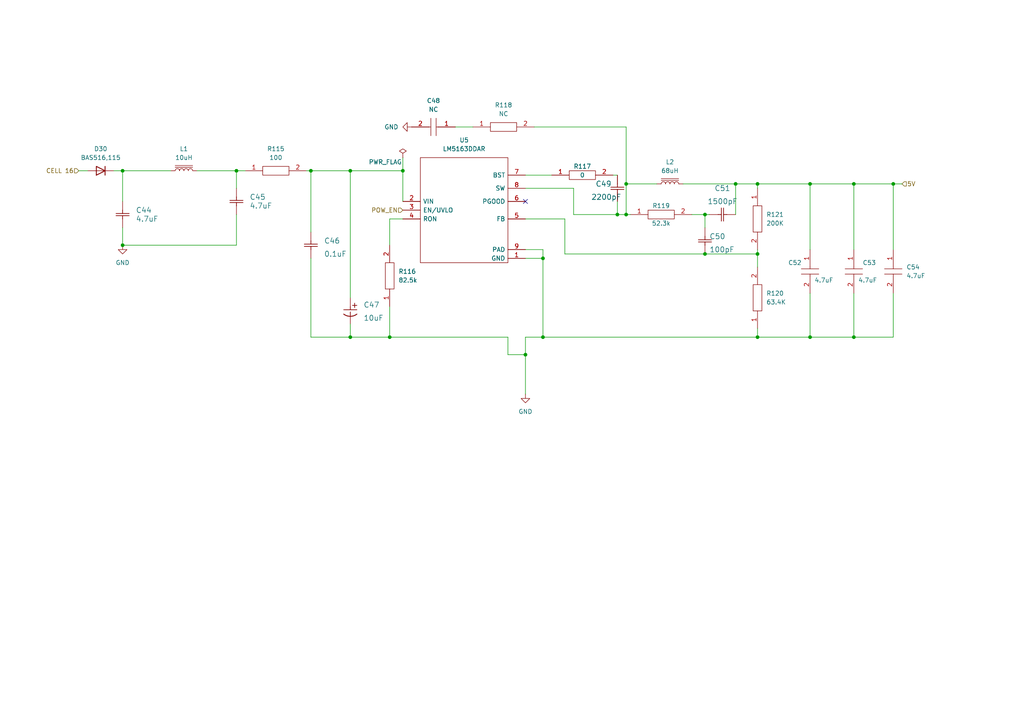
<source format=kicad_sch>
(kicad_sch (version 20211123) (generator eeschema)

  (uuid 404a8ca5-e72d-4748-8359-6ceb44147ca2)

  (paper "A4")

  (lib_symbols
    (symbol "2022-05-19_16-09-59:GRM188R72A104KA35D" (pin_numbers hide) (pin_names (offset 1.651) hide) (in_bom yes) (on_board yes)
      (property "Reference" "C" (id 0) (at 3.81 3.81 0)
        (effects (font (size 1.524 1.524)))
      )
      (property "Value" "GRM188R72A104KA35D" (id 1) (at 3.81 -7.62 0)
        (effects (font (size 1.524 1.524)))
      )
      (property "Footprint" "G-188_MUR" (id 2) (at 3.81 -9.144 0)
        (effects (font (size 1.524 1.524)) hide)
      )
      (property "Datasheet" "" (id 3) (at 0 0 0)
        (effects (font (size 1.524 1.524)))
      )
      (property "ki_locked" "" (id 4) (at 0 0 0)
        (effects (font (size 1.27 1.27)))
      )
      (property "ki_fp_filters" "G-188_MUR G-188_MUR-M G-188_MUR-L" (id 5) (at 0 0 0)
        (effects (font (size 1.27 1.27)) hide)
      )
      (symbol "GRM188R72A104KA35D_1_1"
        (polyline
          (pts
            (xy 2.54 0)
            (xy 3.4798 0)
          )
          (stroke (width 0.2032) (type default) (color 0 0 0 0))
          (fill (type none))
        )
        (polyline
          (pts
            (xy 3.4798 -1.905)
            (xy 3.4798 1.905)
          )
          (stroke (width 0.2032) (type default) (color 0 0 0 0))
          (fill (type none))
        )
        (polyline
          (pts
            (xy 4.1148 -1.905)
            (xy 4.1148 1.905)
          )
          (stroke (width 0.2032) (type default) (color 0 0 0 0))
          (fill (type none))
        )
        (polyline
          (pts
            (xy 4.1148 0)
            (xy 5.08 0)
          )
          (stroke (width 0.2032) (type default) (color 0 0 0 0))
          (fill (type none))
        )
        (pin unspecified line (at 0 0 0) (length 2.54)
          (name "1" (effects (font (size 1.4986 1.4986))))
          (number "1" (effects (font (size 1.4986 1.4986))))
        )
        (pin unspecified line (at 7.62 0 180) (length 2.54)
          (name "2" (effects (font (size 1.4986 1.4986))))
          (number "2" (effects (font (size 1.4986 1.4986))))
        )
      )
    )
    (symbol "2022-05-19_16-12-30:C3225X7S2A475K200AE" (pin_numbers hide) (pin_names (offset 1.651) hide) (in_bom yes) (on_board yes)
      (property "Reference" "C" (id 0) (at 3.81 3.81 0)
        (effects (font (size 1.524 1.524)))
      )
      (property "Value" "C3225X7S2A475K200AE" (id 1) (at 3.81 -7.62 0)
        (effects (font (size 1.524 1.524)))
      )
      (property "Footprint" "CAP_3225_TDK" (id 2) (at 3.81 -9.144 0)
        (effects (font (size 1.524 1.524)) hide)
      )
      (property "Datasheet" "" (id 3) (at 0 0 0)
        (effects (font (size 1.524 1.524)))
      )
      (property "ki_locked" "" (id 4) (at 0 0 0)
        (effects (font (size 1.27 1.27)))
      )
      (property "ki_fp_filters" "CAP_3225_TDK CAP_3225_TDK-M CAP_3225_TDK-L" (id 5) (at 0 0 0)
        (effects (font (size 1.27 1.27)) hide)
      )
      (symbol "C3225X7S2A475K200AE_1_1"
        (polyline
          (pts
            (xy 2.54 0)
            (xy 3.4798 0)
          )
          (stroke (width 0.2032) (type default) (color 0 0 0 0))
          (fill (type none))
        )
        (polyline
          (pts
            (xy 3.4798 -1.905)
            (xy 3.4798 1.905)
          )
          (stroke (width 0.2032) (type default) (color 0 0 0 0))
          (fill (type none))
        )
        (polyline
          (pts
            (xy 4.1148 -1.905)
            (xy 4.1148 1.905)
          )
          (stroke (width 0.2032) (type default) (color 0 0 0 0))
          (fill (type none))
        )
        (polyline
          (pts
            (xy 4.1148 0)
            (xy 5.08 0)
          )
          (stroke (width 0.2032) (type default) (color 0 0 0 0))
          (fill (type none))
        )
        (pin unspecified line (at 0 0 0) (length 2.54)
          (name "1" (effects (font (size 1.4986 1.4986))))
          (number "1" (effects (font (size 1.4986 1.4986))))
        )
        (pin unspecified line (at 7.62 0 180) (length 2.54)
          (name "2" (effects (font (size 1.4986 1.4986))))
          (number "2" (effects (font (size 1.4986 1.4986))))
        )
      )
    )
    (symbol "2022-05-19_16-18-30:UUX2A100MNL1GS" (pin_numbers hide) (pin_names (offset 1.651) hide) (in_bom yes) (on_board yes)
      (property "Reference" "C" (id 0) (at 3.81 3.81 0)
        (effects (font (size 1.524 1.524)))
      )
      (property "Value" "UUX2A100MNL1GS" (id 1) (at 3.81 -7.62 0)
        (effects (font (size 1.524 1.524)))
      )
      (property "Footprint" "PCAP_8x10-ELECT_NCA" (id 2) (at 3.81 -9.144 0)
        (effects (font (size 1.524 1.524)) hide)
      )
      (property "Datasheet" "" (id 3) (at 0 0 0)
        (effects (font (size 1.524 1.524)))
      )
      (property "ki_locked" "" (id 4) (at 0 0 0)
        (effects (font (size 1.27 1.27)))
      )
      (property "ki_fp_filters" "PCAP_8x10-ELECT_NCA PCAP_8x10-ELECT_NCA-M PCAP_8x10-ELECT_NCA-L" (id 5) (at 0 0 0)
        (effects (font (size 1.27 1.27)) hide)
      )
      (symbol "UUX2A100MNL1GS_1_1"
        (polyline
          (pts
            (xy 1.5748 1.27)
            (xy 2.8448 1.27)
          )
          (stroke (width 0.2032) (type default) (color 0 0 0 0))
          (fill (type none))
        )
        (polyline
          (pts
            (xy 2.2098 0.635)
            (xy 2.2098 1.905)
          )
          (stroke (width 0.2032) (type default) (color 0 0 0 0))
          (fill (type none))
        )
        (polyline
          (pts
            (xy 2.54 0)
            (xy 3.4798 0)
          )
          (stroke (width 0.2032) (type default) (color 0 0 0 0))
          (fill (type none))
        )
        (polyline
          (pts
            (xy 3.4798 -1.905)
            (xy 3.4798 1.905)
          )
          (stroke (width 0.2032) (type default) (color 0 0 0 0))
          (fill (type none))
        )
        (polyline
          (pts
            (xy 4.1148 0)
            (xy 5.08 0)
          )
          (stroke (width 0.2032) (type default) (color 0 0 0 0))
          (fill (type none))
        )
        (arc (start 4.7498 -1.905) (mid 10.4648 0) (end 4.7498 1.905)
          (stroke (width 0.254) (type default) (color 0 0 0 0))
          (fill (type none))
        )
        (pin unspecified line (at 0 0 0) (length 2.54)
          (name "1" (effects (font (size 1.4986 1.4986))))
          (number "1" (effects (font (size 1.4986 1.4986))))
        )
        (pin unspecified line (at 7.62 0 180) (length 2.54)
          (name "2" (effects (font (size 1.4986 1.4986))))
          (number "2" (effects (font (size 1.4986 1.4986))))
        )
      )
    )
    (symbol "2022-05-19_16-22-40:GRM155R71H222KA01D" (pin_numbers hide) (pin_names (offset 1.651) hide) (in_bom yes) (on_board yes)
      (property "Reference" "C" (id 0) (at 3.81 3.81 0)
        (effects (font (size 1.524 1.524)))
      )
      (property "Value" "GRM155R71H222KA01D" (id 1) (at 3.81 -7.62 0)
        (effects (font (size 1.524 1.524)))
      )
      (property "Footprint" "G-155_MUR" (id 2) (at 3.81 -9.144 0)
        (effects (font (size 1.524 1.524)) hide)
      )
      (property "Datasheet" "" (id 3) (at 0 0 0)
        (effects (font (size 1.524 1.524)))
      )
      (property "ki_locked" "" (id 4) (at 0 0 0)
        (effects (font (size 1.27 1.27)))
      )
      (property "ki_fp_filters" "G-155_MUR G-155_MUR-M G-155_MUR-L" (id 5) (at 0 0 0)
        (effects (font (size 1.27 1.27)) hide)
      )
      (symbol "GRM155R71H222KA01D_1_1"
        (polyline
          (pts
            (xy 2.54 0)
            (xy 3.4798 0)
          )
          (stroke (width 0.2032) (type default) (color 0 0 0 0))
          (fill (type none))
        )
        (polyline
          (pts
            (xy 3.4798 -1.905)
            (xy 3.4798 1.905)
          )
          (stroke (width 0.2032) (type default) (color 0 0 0 0))
          (fill (type none))
        )
        (polyline
          (pts
            (xy 4.1148 -1.905)
            (xy 4.1148 1.905)
          )
          (stroke (width 0.2032) (type default) (color 0 0 0 0))
          (fill (type none))
        )
        (polyline
          (pts
            (xy 4.1148 0)
            (xy 5.08 0)
          )
          (stroke (width 0.2032) (type default) (color 0 0 0 0))
          (fill (type none))
        )
        (pin unspecified line (at 0 0 0) (length 2.54)
          (name "1" (effects (font (size 1.4986 1.4986))))
          (number "1" (effects (font (size 1.4986 1.4986))))
        )
        (pin unspecified line (at 7.62 0 180) (length 2.54)
          (name "2" (effects (font (size 1.4986 1.4986))))
          (number "2" (effects (font (size 1.4986 1.4986))))
        )
      )
    )
    (symbol "2022-05-19_16-24-42:GRM1885C1H101JA01D" (pin_numbers hide) (pin_names (offset 1.651) hide) (in_bom yes) (on_board yes)
      (property "Reference" "C" (id 0) (at 3.81 3.81 0)
        (effects (font (size 1.524 1.524)))
      )
      (property "Value" "GRM1885C1H101JA01D" (id 1) (at 3.81 -7.62 0)
        (effects (font (size 1.524 1.524)))
      )
      (property "Footprint" "CAP_188_MUR" (id 2) (at 3.81 -9.144 0)
        (effects (font (size 1.524 1.524)) hide)
      )
      (property "Datasheet" "" (id 3) (at 0 0 0)
        (effects (font (size 1.524 1.524)))
      )
      (property "ki_locked" "" (id 4) (at 0 0 0)
        (effects (font (size 1.27 1.27)))
      )
      (property "ki_fp_filters" "CAP_188_MUR CAP_188_MUR-M CAP_188_MUR-L" (id 5) (at 0 0 0)
        (effects (font (size 1.27 1.27)) hide)
      )
      (symbol "GRM1885C1H101JA01D_1_1"
        (polyline
          (pts
            (xy 2.54 0)
            (xy 3.4798 0)
          )
          (stroke (width 0.2032) (type default) (color 0 0 0 0))
          (fill (type none))
        )
        (polyline
          (pts
            (xy 3.4798 -1.905)
            (xy 3.4798 1.905)
          )
          (stroke (width 0.2032) (type default) (color 0 0 0 0))
          (fill (type none))
        )
        (polyline
          (pts
            (xy 4.1148 -1.905)
            (xy 4.1148 1.905)
          )
          (stroke (width 0.2032) (type default) (color 0 0 0 0))
          (fill (type none))
        )
        (polyline
          (pts
            (xy 4.1148 0)
            (xy 5.08 0)
          )
          (stroke (width 0.2032) (type default) (color 0 0 0 0))
          (fill (type none))
        )
        (pin unspecified line (at 0 0 0) (length 2.54)
          (name "1" (effects (font (size 1.4986 1.4986))))
          (number "1" (effects (font (size 1.4986 1.4986))))
        )
        (pin unspecified line (at 7.62 0 180) (length 2.54)
          (name "2" (effects (font (size 1.4986 1.4986))))
          (number "2" (effects (font (size 1.4986 1.4986))))
        )
      )
    )
    (symbol "CRCW04020000Z0ED:CRCW04020000Z0ED" (pin_names (offset 0.762)) (in_bom yes) (on_board yes)
      (property "Reference" "R" (id 0) (at 13.97 6.35 0)
        (effects (font (size 1.27 1.27)) (justify left))
      )
      (property "Value" "CRCW04020000Z0ED" (id 1) (at 13.97 3.81 0)
        (effects (font (size 1.27 1.27)) (justify left))
      )
      (property "Footprint" "RESC1005X40N" (id 2) (at 13.97 1.27 0)
        (effects (font (size 1.27 1.27)) (justify left) hide)
      )
      (property "Datasheet" "http://www.vishay.com/docs/20035/dcrcwe3.pdf" (id 3) (at 13.97 -1.27 0)
        (effects (font (size 1.27 1.27)) (justify left) hide)
      )
      (property "Description" "D10-CRCW0402 0R Vishay Thick Film Surface Mount Resistor 0402 Case 0?? 0.063W ??100ppm/??C" (id 4) (at 13.97 -3.81 0)
        (effects (font (size 1.27 1.27)) (justify left) hide)
      )
      (property "Height" "0.4" (id 5) (at 13.97 -6.35 0)
        (effects (font (size 1.27 1.27)) (justify left) hide)
      )
      (property "Manufacturer_Name" "Vishay" (id 6) (at 13.97 -8.89 0)
        (effects (font (size 1.27 1.27)) (justify left) hide)
      )
      (property "Manufacturer_Part_Number" "CRCW04020000Z0ED" (id 7) (at 13.97 -11.43 0)
        (effects (font (size 1.27 1.27)) (justify left) hide)
      )
      (property "Mouser Part Number" "71-CRCW0402-0-E3" (id 8) (at 13.97 -13.97 0)
        (effects (font (size 1.27 1.27)) (justify left) hide)
      )
      (property "Mouser Price/Stock" "https://www.mouser.co.uk/ProductDetail/Vishay-Dale/CRCW04020000Z0ED?qs=OlqPY1Ciranv3qgeAHCodg%3D%3D" (id 9) (at 13.97 -16.51 0)
        (effects (font (size 1.27 1.27)) (justify left) hide)
      )
      (property "Arrow Part Number" "CRCW04020000Z0ED" (id 10) (at 13.97 -19.05 0)
        (effects (font (size 1.27 1.27)) (justify left) hide)
      )
      (property "Arrow Price/Stock" "https://www.arrow.com/en/products/crcw04020000z0ed/vishay?region=nac" (id 11) (at 13.97 -21.59 0)
        (effects (font (size 1.27 1.27)) (justify left) hide)
      )
      (property "ki_description" "D10-CRCW0402 0R Vishay Thick Film Surface Mount Resistor 0402 Case 0?? 0.063W ??100ppm/??C" (id 12) (at 0 0 0)
        (effects (font (size 1.27 1.27)) hide)
      )
      (symbol "CRCW04020000Z0ED_0_0"
        (pin passive line (at 0 0 0) (length 5.08)
          (name "~" (effects (font (size 1.27 1.27))))
          (number "1" (effects (font (size 1.27 1.27))))
        )
        (pin passive line (at 17.78 0 180) (length 5.08)
          (name "~" (effects (font (size 1.27 1.27))))
          (number "2" (effects (font (size 1.27 1.27))))
        )
      )
      (symbol "CRCW04020000Z0ED_0_1"
        (polyline
          (pts
            (xy 5.08 1.27)
            (xy 12.7 1.27)
            (xy 12.7 -1.27)
            (xy 5.08 -1.27)
            (xy 5.08 1.27)
          )
          (stroke (width 0.1524) (type default) (color 0 0 0 0))
          (fill (type none))
        )
      )
    )
    (symbol "CRCW0603100RFKEA:CRCW0603100RFKEA" (pin_names (offset 0.762)) (in_bom yes) (on_board yes)
      (property "Reference" "R" (id 0) (at 13.97 6.35 0)
        (effects (font (size 1.27 1.27)) (justify left))
      )
      (property "Value" "CRCW0603100RFKEA" (id 1) (at 13.97 3.81 0)
        (effects (font (size 1.27 1.27)) (justify left))
      )
      (property "Footprint" "RESC1608X50N" (id 2) (at 13.97 1.27 0)
        (effects (font (size 1.27 1.27)) (justify left) hide)
      )
      (property "Datasheet" "http://www.vishay.com/docs/20035/dcrcwe3.pdf" (id 3) (at 13.97 -1.27 0)
        (effects (font (size 1.27 1.27)) (justify left) hide)
      )
      (property "Description" "VISHAY - CRCW0603100RFKEA - RES, THICK FILM, 100R, 1%, 0.1W, 0603" (id 4) (at 13.97 -3.81 0)
        (effects (font (size 1.27 1.27)) (justify left) hide)
      )
      (property "Height" "0.5" (id 5) (at 13.97 -6.35 0)
        (effects (font (size 1.27 1.27)) (justify left) hide)
      )
      (property "Manufacturer_Name" "Vishay" (id 6) (at 13.97 -8.89 0)
        (effects (font (size 1.27 1.27)) (justify left) hide)
      )
      (property "Manufacturer_Part_Number" "CRCW0603100RFKEA" (id 7) (at 13.97 -11.43 0)
        (effects (font (size 1.27 1.27)) (justify left) hide)
      )
      (property "Mouser Part Number" "71-CRCW0603-100-E3" (id 8) (at 13.97 -13.97 0)
        (effects (font (size 1.27 1.27)) (justify left) hide)
      )
      (property "Mouser Price/Stock" "https://www.mouser.co.uk/ProductDetail/Vishay-Dale/CRCW0603100RFKEA?qs=90AHS1y%2FsidGWjjxZAupKg%3D%3D" (id 9) (at 13.97 -16.51 0)
        (effects (font (size 1.27 1.27)) (justify left) hide)
      )
      (property "Arrow Part Number" "CRCW0603100RFKEA" (id 10) (at 13.97 -19.05 0)
        (effects (font (size 1.27 1.27)) (justify left) hide)
      )
      (property "Arrow Price/Stock" "https://www.arrow.com/en/products/crcw0603100rfkea/vishay" (id 11) (at 13.97 -21.59 0)
        (effects (font (size 1.27 1.27)) (justify left) hide)
      )
      (property "ki_description" "VISHAY - CRCW0603100RFKEA - RES, THICK FILM, 100R, 1%, 0.1W, 0603" (id 12) (at 0 0 0)
        (effects (font (size 1.27 1.27)) hide)
      )
      (symbol "CRCW0603100RFKEA_0_0"
        (pin passive line (at 0 0 0) (length 5.08)
          (name "~" (effects (font (size 1.27 1.27))))
          (number "1" (effects (font (size 1.27 1.27))))
        )
        (pin passive line (at 17.78 0 180) (length 5.08)
          (name "~" (effects (font (size 1.27 1.27))))
          (number "2" (effects (font (size 1.27 1.27))))
        )
      )
      (symbol "CRCW0603100RFKEA_0_1"
        (polyline
          (pts
            (xy 5.08 1.27)
            (xy 12.7 1.27)
            (xy 12.7 -1.27)
            (xy 5.08 -1.27)
            (xy 5.08 1.27)
          )
          (stroke (width 0.1524) (type default) (color 0 0 0 0))
          (fill (type none))
        )
      )
    )
    (symbol "CRCW0603200KFKEA:CRCW0603200KFKEA" (pin_names (offset 0.762)) (in_bom yes) (on_board yes)
      (property "Reference" "R" (id 0) (at 13.97 6.35 0)
        (effects (font (size 1.27 1.27)) (justify left))
      )
      (property "Value" "CRCW0603200KFKEA" (id 1) (at 13.97 3.81 0)
        (effects (font (size 1.27 1.27)) (justify left))
      )
      (property "Footprint" "RESC1608X50N" (id 2) (at 13.97 1.27 0)
        (effects (font (size 1.27 1.27)) (justify left) hide)
      )
      (property "Datasheet" "http://www.vishay.com/docs/20035/dcrcwe3.pdf" (id 3) (at 13.97 -1.27 0)
        (effects (font (size 1.27 1.27)) (justify left) hide)
      )
      (property "Description" "CRCW0603 Resistor T/R 0.10W,1%,200K Vishay CRCW Series Thick Film Surface Mount Resistor 0603 Case 200k +/-1% 0.1W +/-100ppm/C" (id 4) (at 13.97 -3.81 0)
        (effects (font (size 1.27 1.27)) (justify left) hide)
      )
      (property "Height" "0.5" (id 5) (at 13.97 -6.35 0)
        (effects (font (size 1.27 1.27)) (justify left) hide)
      )
      (property "Manufacturer_Name" "Vishay" (id 6) (at 13.97 -8.89 0)
        (effects (font (size 1.27 1.27)) (justify left) hide)
      )
      (property "Manufacturer_Part_Number" "CRCW0603200KFKEA" (id 7) (at 13.97 -11.43 0)
        (effects (font (size 1.27 1.27)) (justify left) hide)
      )
      (property "Mouser Part Number" "71-CRCW0603-200K-E3" (id 8) (at 13.97 -13.97 0)
        (effects (font (size 1.27 1.27)) (justify left) hide)
      )
      (property "Mouser Price/Stock" "https://www.mouser.com/Search/Refine.aspx?Keyword=71-CRCW0603-200K-E3" (id 9) (at 13.97 -16.51 0)
        (effects (font (size 1.27 1.27)) (justify left) hide)
      )
      (property "Arrow Part Number" "CRCW0603200KFKEA" (id 10) (at 13.97 -19.05 0)
        (effects (font (size 1.27 1.27)) (justify left) hide)
      )
      (property "Arrow Price/Stock" "https://www.arrow.com/en/products/crcw0603200kfkea/vishay" (id 11) (at 13.97 -21.59 0)
        (effects (font (size 1.27 1.27)) (justify left) hide)
      )
      (property "ki_description" "CRCW0603 Resistor T/R 0.10W,1%,200K Vishay CRCW Series Thick Film Surface Mount Resistor 0603 Case 200k +/-1% 0.1W +/-100ppm/C" (id 12) (at 0 0 0)
        (effects (font (size 1.27 1.27)) hide)
      )
      (symbol "CRCW0603200KFKEA_0_0"
        (pin passive line (at 0 0 0) (length 5.08)
          (name "~" (effects (font (size 1.27 1.27))))
          (number "1" (effects (font (size 1.27 1.27))))
        )
        (pin passive line (at 17.78 0 180) (length 5.08)
          (name "~" (effects (font (size 1.27 1.27))))
          (number "2" (effects (font (size 1.27 1.27))))
        )
      )
      (symbol "CRCW0603200KFKEA_0_1"
        (polyline
          (pts
            (xy 5.08 1.27)
            (xy 12.7 1.27)
            (xy 12.7 -1.27)
            (xy 5.08 -1.27)
            (xy 5.08 1.27)
          )
          (stroke (width 0.1524) (type default) (color 0 0 0 0))
          (fill (type none))
        )
      )
    )
    (symbol "CRCW060363K4FKEA:CRCW060363K4FKEA" (pin_names (offset 0.762)) (in_bom yes) (on_board yes)
      (property "Reference" "R" (id 0) (at 13.97 6.35 0)
        (effects (font (size 1.27 1.27)) (justify left))
      )
      (property "Value" "CRCW060363K4FKEA" (id 1) (at 13.97 3.81 0)
        (effects (font (size 1.27 1.27)) (justify left))
      )
      (property "Footprint" "RESC1608X50N" (id 2) (at 13.97 1.27 0)
        (effects (font (size 1.27 1.27)) (justify left) hide)
      )
      (property "Datasheet" "http://www.vishay.com/docs/20035/dcrcwe3.pdf" (id 3) (at 13.97 -1.27 0)
        (effects (font (size 1.27 1.27)) (justify left) hide)
      )
      (property "Description" "Vishay CRCW Series Thick Film Surface Mount Resistor 0603 Case 63.4k +/-1% 0.1W +/-100ppm/K" (id 4) (at 13.97 -3.81 0)
        (effects (font (size 1.27 1.27)) (justify left) hide)
      )
      (property "Height" "0.5" (id 5) (at 13.97 -6.35 0)
        (effects (font (size 1.27 1.27)) (justify left) hide)
      )
      (property "Manufacturer_Name" "Vishay" (id 6) (at 13.97 -8.89 0)
        (effects (font (size 1.27 1.27)) (justify left) hide)
      )
      (property "Manufacturer_Part_Number" "CRCW060363K4FKEA" (id 7) (at 13.97 -11.43 0)
        (effects (font (size 1.27 1.27)) (justify left) hide)
      )
      (property "Mouser Part Number" "71-CRCW0603-63.4K-E3" (id 8) (at 13.97 -13.97 0)
        (effects (font (size 1.27 1.27)) (justify left) hide)
      )
      (property "Mouser Price/Stock" "https://www.mouser.co.uk/ProductDetail/Vishay-Dale/CRCW060363K4FKEA?qs=PCUyrf2vwzXMAs4mb%252ByLnw%3D%3D" (id 9) (at 13.97 -16.51 0)
        (effects (font (size 1.27 1.27)) (justify left) hide)
      )
      (property "Arrow Part Number" "CRCW060363K4FKEA" (id 10) (at 13.97 -19.05 0)
        (effects (font (size 1.27 1.27)) (justify left) hide)
      )
      (property "Arrow Price/Stock" "https://www.arrow.com/en/products/crcw060363k4fkea/vishay" (id 11) (at 13.97 -21.59 0)
        (effects (font (size 1.27 1.27)) (justify left) hide)
      )
      (property "ki_description" "Vishay CRCW Series Thick Film Surface Mount Resistor 0603 Case 63.4k +/-1% 0.1W +/-100ppm/K" (id 12) (at 0 0 0)
        (effects (font (size 1.27 1.27)) hide)
      )
      (symbol "CRCW060363K4FKEA_0_0"
        (pin passive line (at 0 0 0) (length 5.08)
          (name "~" (effects (font (size 1.27 1.27))))
          (number "1" (effects (font (size 1.27 1.27))))
        )
        (pin passive line (at 17.78 0 180) (length 5.08)
          (name "~" (effects (font (size 1.27 1.27))))
          (number "2" (effects (font (size 1.27 1.27))))
        )
      )
      (symbol "CRCW060363K4FKEA_0_1"
        (polyline
          (pts
            (xy 5.08 1.27)
            (xy 12.7 1.27)
            (xy 12.7 -1.27)
            (xy 5.08 -1.27)
            (xy 5.08 1.27)
          )
          (stroke (width 0.1524) (type default) (color 0 0 0 0))
          (fill (type none))
        )
      )
    )
    (symbol "CRCW060382K5FKEA:CRCW060382K5FKEA" (pin_names (offset 0.762)) (in_bom yes) (on_board yes)
      (property "Reference" "R" (id 0) (at 13.97 6.35 0)
        (effects (font (size 1.27 1.27)) (justify left))
      )
      (property "Value" "CRCW060382K5FKEA" (id 1) (at 13.97 3.81 0)
        (effects (font (size 1.27 1.27)) (justify left))
      )
      (property "Footprint" "RESC1608X50N" (id 2) (at 13.97 1.27 0)
        (effects (font (size 1.27 1.27)) (justify left) hide)
      )
      (property "Datasheet" "http://www.vishay.com/docs/20035/dcrcwe3.pdf" (id 3) (at 13.97 -1.27 0)
        (effects (font (size 1.27 1.27)) (justify left) hide)
      )
      (property "Description" "Vishay CRCW Series Thick Film Surface Mount Resistor 603 Case 82.5k +/-1% 0.1W +/-100ppm/C" (id 4) (at 13.97 -3.81 0)
        (effects (font (size 1.27 1.27)) (justify left) hide)
      )
      (property "Height" "0.5" (id 5) (at 13.97 -6.35 0)
        (effects (font (size 1.27 1.27)) (justify left) hide)
      )
      (property "Manufacturer_Name" "Vishay" (id 6) (at 13.97 -8.89 0)
        (effects (font (size 1.27 1.27)) (justify left) hide)
      )
      (property "Manufacturer_Part_Number" "CRCW060382K5FKEA" (id 7) (at 13.97 -11.43 0)
        (effects (font (size 1.27 1.27)) (justify left) hide)
      )
      (property "Mouser Part Number" "71-CRCW0603-82.5K-E3" (id 8) (at 13.97 -13.97 0)
        (effects (font (size 1.27 1.27)) (justify left) hide)
      )
      (property "Mouser Price/Stock" "https://www.mouser.co.uk/ProductDetail/Vishay-Dale/CRCW060382K5FKEA?qs=zWI4UZgPOoRiKcR60xECvw%3D%3D" (id 9) (at 13.97 -16.51 0)
        (effects (font (size 1.27 1.27)) (justify left) hide)
      )
      (property "Arrow Part Number" "CRCW060382K5FKEA" (id 10) (at 13.97 -19.05 0)
        (effects (font (size 1.27 1.27)) (justify left) hide)
      )
      (property "Arrow Price/Stock" "https://www.arrow.com/en/products/crcw060382k5fkea/vishay" (id 11) (at 13.97 -21.59 0)
        (effects (font (size 1.27 1.27)) (justify left) hide)
      )
      (property "ki_description" "Vishay CRCW Series Thick Film Surface Mount Resistor 603 Case 82.5k +/-1% 0.1W +/-100ppm/C" (id 12) (at 0 0 0)
        (effects (font (size 1.27 1.27)) hide)
      )
      (symbol "CRCW060382K5FKEA_0_0"
        (pin passive line (at 0 0 0) (length 5.08)
          (name "~" (effects (font (size 1.27 1.27))))
          (number "1" (effects (font (size 1.27 1.27))))
        )
        (pin passive line (at 17.78 0 180) (length 5.08)
          (name "~" (effects (font (size 1.27 1.27))))
          (number "2" (effects (font (size 1.27 1.27))))
        )
      )
      (symbol "CRCW060382K5FKEA_0_1"
        (polyline
          (pts
            (xy 5.08 1.27)
            (xy 12.7 1.27)
            (xy 12.7 -1.27)
            (xy 5.08 -1.27)
            (xy 5.08 1.27)
          )
          (stroke (width 0.1524) (type default) (color 0 0 0 0))
          (fill (type none))
        )
      )
    )
    (symbol "Device:L_Iron" (pin_numbers hide) (pin_names (offset 1.016) hide) (in_bom yes) (on_board yes)
      (property "Reference" "L" (id 0) (at -1.27 0 90)
        (effects (font (size 1.27 1.27)))
      )
      (property "Value" "L_Iron" (id 1) (at 2.794 0 90)
        (effects (font (size 1.27 1.27)))
      )
      (property "Footprint" "" (id 2) (at 0 0 0)
        (effects (font (size 1.27 1.27)) hide)
      )
      (property "Datasheet" "~" (id 3) (at 0 0 0)
        (effects (font (size 1.27 1.27)) hide)
      )
      (property "ki_keywords" "inductor choke coil reactor magnetic" (id 4) (at 0 0 0)
        (effects (font (size 1.27 1.27)) hide)
      )
      (property "ki_description" "Inductor with iron core" (id 5) (at 0 0 0)
        (effects (font (size 1.27 1.27)) hide)
      )
      (property "ki_fp_filters" "Choke_* *Coil* Inductor_* L_*" (id 6) (at 0 0 0)
        (effects (font (size 1.27 1.27)) hide)
      )
      (symbol "L_Iron_0_1"
        (arc (start 0 -2.54) (mid 0.635 -1.905) (end 0 -1.27)
          (stroke (width 0) (type default) (color 0 0 0 0))
          (fill (type none))
        )
        (arc (start 0 -1.27) (mid 0.635 -0.635) (end 0 0)
          (stroke (width 0) (type default) (color 0 0 0 0))
          (fill (type none))
        )
        (polyline
          (pts
            (xy 1.016 2.54)
            (xy 1.016 -2.54)
          )
          (stroke (width 0) (type default) (color 0 0 0 0))
          (fill (type none))
        )
        (polyline
          (pts
            (xy 1.524 -2.54)
            (xy 1.524 2.54)
          )
          (stroke (width 0) (type default) (color 0 0 0 0))
          (fill (type none))
        )
        (arc (start 0 0) (mid 0.635 0.635) (end 0 1.27)
          (stroke (width 0) (type default) (color 0 0 0 0))
          (fill (type none))
        )
        (arc (start 0 1.27) (mid 0.635 1.905) (end 0 2.54)
          (stroke (width 0) (type default) (color 0 0 0 0))
          (fill (type none))
        )
      )
      (symbol "L_Iron_1_1"
        (pin passive line (at 0 3.81 270) (length 1.27)
          (name "1" (effects (font (size 1.27 1.27))))
          (number "1" (effects (font (size 1.27 1.27))))
        )
        (pin passive line (at 0 -3.81 90) (length 1.27)
          (name "2" (effects (font (size 1.27 1.27))))
          (number "2" (effects (font (size 1.27 1.27))))
        )
      )
    )
    (symbol "Diode:BAS516" (pin_numbers hide) (pin_names (offset 1.016) hide) (in_bom yes) (on_board yes)
      (property "Reference" "D" (id 0) (at 0 2.54 0)
        (effects (font (size 1.27 1.27)))
      )
      (property "Value" "BAS516" (id 1) (at 0 -2.54 0)
        (effects (font (size 1.27 1.27)))
      )
      (property "Footprint" "Diode_SMD:D_SOD-523" (id 2) (at 0 -4.445 0)
        (effects (font (size 1.27 1.27)) hide)
      )
      (property "Datasheet" "https://assets.nexperia.com/documents/data-sheet/BAS16_SER.pdf" (id 3) (at 0 0 0)
        (effects (font (size 1.27 1.27)) hide)
      )
      (property "ki_keywords" "diode" (id 4) (at 0 0 0)
        (effects (font (size 1.27 1.27)) hide)
      )
      (property "ki_description" "100V, 0.25A, High-speed Switching Diode, SOD-523" (id 5) (at 0 0 0)
        (effects (font (size 1.27 1.27)) hide)
      )
      (property "ki_fp_filters" "D*SOD?523*" (id 6) (at 0 0 0)
        (effects (font (size 1.27 1.27)) hide)
      )
      (symbol "BAS516_0_1"
        (polyline
          (pts
            (xy -1.27 1.27)
            (xy -1.27 -1.27)
          )
          (stroke (width 0.254) (type default) (color 0 0 0 0))
          (fill (type none))
        )
        (polyline
          (pts
            (xy 1.27 0)
            (xy -1.27 0)
          )
          (stroke (width 0) (type default) (color 0 0 0 0))
          (fill (type none))
        )
        (polyline
          (pts
            (xy 1.27 1.27)
            (xy 1.27 -1.27)
            (xy -1.27 0)
            (xy 1.27 1.27)
          )
          (stroke (width 0.254) (type default) (color 0 0 0 0))
          (fill (type none))
        )
      )
      (symbol "BAS516_1_1"
        (pin passive line (at -3.81 0 0) (length 2.54)
          (name "K" (effects (font (size 1.27 1.27))))
          (number "1" (effects (font (size 1.27 1.27))))
        )
        (pin passive line (at 3.81 0 180) (length 2.54)
          (name "A" (effects (font (size 1.27 1.27))))
          (number "2" (effects (font (size 1.27 1.27))))
        )
      )
    )
    (symbol "GRM1885C1H560JA01D:GRM1885C1H560JA01D" (pin_names (offset 0.762)) (in_bom yes) (on_board yes)
      (property "Reference" "C" (id 0) (at 8.89 6.35 0)
        (effects (font (size 1.27 1.27)) (justify left))
      )
      (property "Value" "GRM1885C1H560JA01D" (id 1) (at 8.89 3.81 0)
        (effects (font (size 1.27 1.27)) (justify left))
      )
      (property "Footprint" "CAPC1608X90N" (id 2) (at 8.89 1.27 0)
        (effects (font (size 1.27 1.27)) (justify left) hide)
      )
      (property "Datasheet" "https://datasheet.datasheetarchive.com/originals/distributors/Datasheets_SAMA/ec4f1577dddcc7a13ddad897a28002d3.pdf" (id 3) (at 8.89 -1.27 0)
        (effects (font (size 1.27 1.27)) (justify left) hide)
      )
      (property "Description" "Murata 0603 GRM 56pF Ceramic Multilayer Capacitor, 50 V dc, +125C, C0G Dielectric, +/-5% SMD" (id 4) (at 8.89 -3.81 0)
        (effects (font (size 1.27 1.27)) (justify left) hide)
      )
      (property "Height" "0.9" (id 5) (at 8.89 -6.35 0)
        (effects (font (size 1.27 1.27)) (justify left) hide)
      )
      (property "Manufacturer_Name" "Murata Electronics" (id 6) (at 8.89 -8.89 0)
        (effects (font (size 1.27 1.27)) (justify left) hide)
      )
      (property "Manufacturer_Part_Number" "GRM1885C1H560JA01D" (id 7) (at 8.89 -11.43 0)
        (effects (font (size 1.27 1.27)) (justify left) hide)
      )
      (property "Mouser Part Number" "81-GRM39C560J50" (id 8) (at 8.89 -13.97 0)
        (effects (font (size 1.27 1.27)) (justify left) hide)
      )
      (property "Mouser Price/Stock" "https://www.mouser.com/Search/Refine.aspx?Keyword=81-GRM39C560J50" (id 9) (at 8.89 -16.51 0)
        (effects (font (size 1.27 1.27)) (justify left) hide)
      )
      (property "Arrow Part Number" "" (id 10) (at 8.89 -19.05 0)
        (effects (font (size 1.27 1.27)) (justify left) hide)
      )
      (property "Arrow Price/Stock" "" (id 11) (at 8.89 -21.59 0)
        (effects (font (size 1.27 1.27)) (justify left) hide)
      )
      (property "ki_description" "Murata 0603 GRM 56pF Ceramic Multilayer Capacitor, 50 V dc, +125C, C0G Dielectric, +/-5% SMD" (id 12) (at 0 0 0)
        (effects (font (size 1.27 1.27)) hide)
      )
      (symbol "GRM1885C1H560JA01D_0_0"
        (pin passive line (at 0 0 0) (length 5.08)
          (name "~" (effects (font (size 1.27 1.27))))
          (number "1" (effects (font (size 1.27 1.27))))
        )
        (pin passive line (at 12.7 0 180) (length 5.08)
          (name "~" (effects (font (size 1.27 1.27))))
          (number "2" (effects (font (size 1.27 1.27))))
        )
      )
      (symbol "GRM1885C1H560JA01D_0_1"
        (polyline
          (pts
            (xy 5.08 0)
            (xy 5.588 0)
          )
          (stroke (width 0.1524) (type default) (color 0 0 0 0))
          (fill (type none))
        )
        (polyline
          (pts
            (xy 5.588 2.54)
            (xy 5.588 -2.54)
          )
          (stroke (width 0.1524) (type default) (color 0 0 0 0))
          (fill (type none))
        )
        (polyline
          (pts
            (xy 7.112 0)
            (xy 7.62 0)
          )
          (stroke (width 0.1524) (type default) (color 0 0 0 0))
          (fill (type none))
        )
        (polyline
          (pts
            (xy 7.112 2.54)
            (xy 7.112 -2.54)
          )
          (stroke (width 0.1524) (type default) (color 0 0 0 0))
          (fill (type none))
        )
      )
    )
    (symbol "GRM21BR71C475KA73L:GRM21BR71C475KA73L" (pin_names (offset 0.762)) (in_bom yes) (on_board yes)
      (property "Reference" "C" (id 0) (at 8.89 6.35 0)
        (effects (font (size 1.27 1.27)) (justify left))
      )
      (property "Value" "GRM21BR71C475KA73L" (id 1) (at 8.89 3.81 0)
        (effects (font (size 1.27 1.27)) (justify left))
      )
      (property "Footprint" "CAPC2012X145N" (id 2) (at 8.89 1.27 0)
        (effects (font (size 1.27 1.27)) (justify left) hide)
      )
      (property "Datasheet" "https://datasheet.datasheetarchive.com/originals/distributors/Datasheets_SAMA/39d0ce6473faa88de0405c8d02267190.pdf" (id 3) (at 8.89 -1.27 0)
        (effects (font (size 1.27 1.27)) (justify left) hide)
      )
      (property "Description" "Ceramic  SMT capacitor 4.7uF 16Vdc Murata 0805 GRM 4.7uF Ceramic Multilayer Capacitor, 16 V dc, +125C, X7R Dielectric, +/-10% SMD" (id 4) (at 8.89 -3.81 0)
        (effects (font (size 1.27 1.27)) (justify left) hide)
      )
      (property "Height" "1.45" (id 5) (at 8.89 -6.35 0)
        (effects (font (size 1.27 1.27)) (justify left) hide)
      )
      (property "Manufacturer_Name" "Murata Electronics" (id 6) (at 8.89 -8.89 0)
        (effects (font (size 1.27 1.27)) (justify left) hide)
      )
      (property "Manufacturer_Part_Number" "GRM21BR71C475KA73L" (id 7) (at 8.89 -11.43 0)
        (effects (font (size 1.27 1.27)) (justify left) hide)
      )
      (property "Mouser Part Number" "81-GRM21BR71C475KA73" (id 8) (at 8.89 -13.97 0)
        (effects (font (size 1.27 1.27)) (justify left) hide)
      )
      (property "Mouser Price/Stock" "https://www.mouser.co.uk/ProductDetail/Murata-Electronics/GRM21BR71C475KA73L?qs=kHCDrmfBqSDNg0vW%2Fm3%2F%252Bw%3D%3D" (id 9) (at 8.89 -16.51 0)
        (effects (font (size 1.27 1.27)) (justify left) hide)
      )
      (property "Arrow Part Number" "GRM21BR71C475KA73L" (id 10) (at 8.89 -19.05 0)
        (effects (font (size 1.27 1.27)) (justify left) hide)
      )
      (property "Arrow Price/Stock" "https://www.arrow.com/en/products/grm21br71c475ka73l/murata-manufacturing" (id 11) (at 8.89 -21.59 0)
        (effects (font (size 1.27 1.27)) (justify left) hide)
      )
      (property "ki_description" "Ceramic  SMT capacitor 4.7uF 16Vdc Murata 0805 GRM 4.7uF Ceramic Multilayer Capacitor, 16 V dc, +125C, X7R Dielectric, +/-10% SMD" (id 12) (at 0 0 0)
        (effects (font (size 1.27 1.27)) hide)
      )
      (symbol "GRM21BR71C475KA73L_0_0"
        (pin passive line (at 0 0 0) (length 5.08)
          (name "~" (effects (font (size 1.27 1.27))))
          (number "1" (effects (font (size 1.27 1.27))))
        )
        (pin passive line (at 12.7 0 180) (length 5.08)
          (name "~" (effects (font (size 1.27 1.27))))
          (number "2" (effects (font (size 1.27 1.27))))
        )
      )
      (symbol "GRM21BR71C475KA73L_0_1"
        (polyline
          (pts
            (xy 5.08 0)
            (xy 5.588 0)
          )
          (stroke (width 0.1524) (type default) (color 0 0 0 0))
          (fill (type none))
        )
        (polyline
          (pts
            (xy 5.588 2.54)
            (xy 5.588 -2.54)
          )
          (stroke (width 0.1524) (type default) (color 0 0 0 0))
          (fill (type none))
        )
        (polyline
          (pts
            (xy 7.112 0)
            (xy 7.62 0)
          )
          (stroke (width 0.1524) (type default) (color 0 0 0 0))
          (fill (type none))
        )
        (polyline
          (pts
            (xy 7.112 2.54)
            (xy 7.112 -2.54)
          )
          (stroke (width 0.1524) (type default) (color 0 0 0 0))
          (fill (type none))
        )
      )
    )
    (symbol "LM5163DDA R:LM5163DDAR" (pin_names (offset 0.762)) (in_bom yes) (on_board yes)
      (property "Reference" "U5" (id 0) (at 24.13 -20.32 0)
        (effects (font (size 1.27 1.27)))
      )
      (property "Value" "LM5163DDAR" (id 1) (at 24.13 -22.86 0)
        (effects (font (size 1.27 1.27)))
      )
      (property "Footprint" "SOIC127P600X170-9N" (id 2) (at 31.75 2.54 0)
        (effects (font (size 1.27 1.27)) (justify left) hide)
      )
      (property "Datasheet" "https://www.ti.com/lit/gpn/LM5163" (id 3) (at 31.75 0 0)
        (effects (font (size 1.27 1.27)) (justify left) hide)
      )
      (property "Description" "0.5-A Synchronous Buck DC/DC Converter" (id 4) (at 31.75 -2.54 0)
        (effects (font (size 1.27 1.27)) (justify left) hide)
      )
      (property "Height" "1.7" (id 5) (at 38.1 -39.37 0)
        (effects (font (size 1.27 1.27)) (justify left) hide)
      )
      (property "Manufacturer_Name" "Texas Instruments" (id 6) (at 31.75 -7.62 0)
        (effects (font (size 1.27 1.27)) (justify left) hide)
      )
      (property "Manufacturer_Part_Number" "LM5163DDAR" (id 7) (at 46.99 -49.53 0)
        (effects (font (size 1.27 1.27)) (justify left) hide)
      )
      (property "Mouser Part Number" "595-LM5163DDAR" (id 8) (at 31.75 -12.7 0)
        (effects (font (size 1.27 1.27)) (justify left) hide)
      )
      (property "Mouser Price/Stock" "https://www.mouser.co.uk/ProductDetail/Texas-Instruments/LM5163DDAR?qs=Cb2nCFKsA8ofQo3wBvencQ%3D%3D" (id 9) (at 31.75 -15.24 0)
        (effects (font (size 1.27 1.27)) (justify left) hide)
      )
      (property "Arrow Part Number" "LM5163DDAR" (id 10) (at 38.1 -52.07 0)
        (effects (font (size 1.27 1.27)) (justify left) hide)
      )
      (property "Arrow Price/Stock" "https://www.arrow.com/en/products/lm5163ddar/texas-instruments?region=nac" (id 11) (at 31.75 -20.32 0)
        (effects (font (size 1.27 1.27)) (justify left) hide)
      )
      (property "ki_description" "0.5-A Synchronous Buck DC/DC Converter" (id 12) (at 0 0 0)
        (effects (font (size 1.27 1.27)) hide)
      )
      (symbol "LM5163DDAR_0_0"
        (pin passive line (at 41.91 -54.61 180) (length 5.08)
          (name "GND" (effects (font (size 1.27 1.27))))
          (number "1" (effects (font (size 1.27 1.27))))
        )
        (pin power_in line (at 6.35 -38.1 0) (length 5.08)
          (name "VIN" (effects (font (size 1.27 1.27))))
          (number "2" (effects (font (size 1.27 1.27))))
        )
        (pin input line (at 6.35 -40.64 0) (length 5.08)
          (name "EN/UVLO" (effects (font (size 1.27 1.27))))
          (number "3" (effects (font (size 1.27 1.27))))
        )
        (pin input line (at 6.35 -43.18 0) (length 5.08)
          (name "RON" (effects (font (size 1.27 1.27))))
          (number "4" (effects (font (size 1.27 1.27))))
        )
        (pin input line (at 41.91 -43.18 180) (length 5.08)
          (name "FB" (effects (font (size 1.27 1.27))))
          (number "5" (effects (font (size 1.27 1.27))))
        )
        (pin output line (at 41.91 -38.1 180) (length 5.08)
          (name "PGOOD" (effects (font (size 1.27 1.27))))
          (number "6" (effects (font (size 1.27 1.27))))
        )
        (pin power_out line (at 41.91 -30.48 180) (length 5.08)
          (name "BST" (effects (font (size 1.27 1.27))))
          (number "7" (effects (font (size 1.27 1.27))))
        )
        (pin power_out line (at 41.91 -34.29 180) (length 5.08)
          (name "SW" (effects (font (size 1.27 1.27))))
          (number "8" (effects (font (size 1.27 1.27))))
        )
        (pin passive line (at 41.91 -52.07 180) (length 5.08)
          (name "PAD" (effects (font (size 1.27 1.27))))
          (number "9" (effects (font (size 1.27 1.27))))
        )
      )
      (symbol "LM5163DDAR_0_1"
        (polyline
          (pts
            (xy 11.43 -25.4)
            (xy 36.83 -25.4)
            (xy 36.83 -55.88)
            (xy 11.43 -55.88)
            (xy 11.43 -25.4)
          )
          (stroke (width 0.1524) (type default) (color 0 0 0 0))
          (fill (type none))
        )
      )
    )
    (symbol "RC0402FR-07523KL:RC0402FR-07523KL" (pin_names (offset 0.762)) (in_bom yes) (on_board yes)
      (property "Reference" "R" (id 0) (at 13.97 6.35 0)
        (effects (font (size 1.27 1.27)) (justify left))
      )
      (property "Value" "RC0402FR-07523KL" (id 1) (at 13.97 3.81 0)
        (effects (font (size 1.27 1.27)) (justify left))
      )
      (property "Footprint" "RESC1005X40N" (id 2) (at 13.97 1.27 0)
        (effects (font (size 1.27 1.27)) (justify left) hide)
      )
      (property "Datasheet" "https://datasheet.datasheetarchive.com/originals/distributors/Datasheets_SAMA/902f9e387b938f871d31120f5fc1d65e.pdf" (id 3) (at 13.97 -1.27 0)
        (effects (font (size 1.27 1.27)) (justify left) hide)
      )
      (property "Description" "YAGEO (PHYCOMP) RC0402F" (id 4) (at 13.97 -3.81 0)
        (effects (font (size 1.27 1.27)) (justify left) hide)
      )
      (property "Height" "0.4" (id 5) (at 13.97 -6.35 0)
        (effects (font (size 1.27 1.27)) (justify left) hide)
      )
      (property "Manufacturer_Name" "KEMET" (id 6) (at 13.97 -8.89 0)
        (effects (font (size 1.27 1.27)) (justify left) hide)
      )
      (property "Manufacturer_Part_Number" "RC0402FR-07523KL" (id 7) (at 13.97 -11.43 0)
        (effects (font (size 1.27 1.27)) (justify left) hide)
      )
      (property "Mouser Part Number" "603-RC0402FR-07523KL" (id 8) (at 13.97 -13.97 0)
        (effects (font (size 1.27 1.27)) (justify left) hide)
      )
      (property "Mouser Price/Stock" "https://www.mouser.co.uk/ProductDetail/YAGEO/RC0402FR-07523KL?qs=Is6ZsIPfHkbtaaJZTJ0OvA%3D%3D" (id 9) (at 13.97 -16.51 0)
        (effects (font (size 1.27 1.27)) (justify left) hide)
      )
      (property "Arrow Part Number" "RC0402FR-07523KL" (id 10) (at 13.97 -19.05 0)
        (effects (font (size 1.27 1.27)) (justify left) hide)
      )
      (property "Arrow Price/Stock" "https://www.arrow.com/en/products/rc0402fr-07523kl/yageo?region=nac" (id 11) (at 13.97 -21.59 0)
        (effects (font (size 1.27 1.27)) (justify left) hide)
      )
      (property "ki_description" "YAGEO (PHYCOMP) RC0402F" (id 12) (at 0 0 0)
        (effects (font (size 1.27 1.27)) hide)
      )
      (symbol "RC0402FR-07523KL_0_0"
        (pin passive line (at 0 0 0) (length 5.08)
          (name "~" (effects (font (size 1.27 1.27))))
          (number "1" (effects (font (size 1.27 1.27))))
        )
        (pin passive line (at 17.78 0 180) (length 5.08)
          (name "~" (effects (font (size 1.27 1.27))))
          (number "2" (effects (font (size 1.27 1.27))))
        )
      )
      (symbol "RC0402FR-07523KL_0_1"
        (polyline
          (pts
            (xy 5.08 1.27)
            (xy 12.7 1.27)
            (xy 12.7 -1.27)
            (xy 5.08 -1.27)
            (xy 5.08 1.27)
          )
          (stroke (width 0.1524) (type default) (color 0 0 0 0))
          (fill (type none))
        )
      )
    )
    (symbol "RC0603FR-07499KL:RC0603FR-07499KL" (pin_names (offset 0.762)) (in_bom yes) (on_board yes)
      (property "Reference" "R" (id 0) (at 13.97 6.35 0)
        (effects (font (size 1.27 1.27)) (justify left))
      )
      (property "Value" "RC0603FR-07499KL" (id 1) (at 13.97 3.81 0)
        (effects (font (size 1.27 1.27)) (justify left))
      )
      (property "Footprint" "RESC1608X55N" (id 2) (at 13.97 1.27 0)
        (effects (font (size 1.27 1.27)) (justify left) hide)
      )
      (property "Datasheet" "https://datasheet.datasheetarchive.com/originals/distributors/Datasheets_SAMA/902f9e387b938f871d31120f5fc1d65e.pdf" (id 3) (at 13.97 -1.27 0)
        (effects (font (size 1.27 1.27)) (justify left) hide)
      )
      (property "Description" "Thick Film Resistors - SMD 499K OHM 1%" (id 4) (at 13.97 -3.81 0)
        (effects (font (size 1.27 1.27)) (justify left) hide)
      )
      (property "Height" "0.55" (id 5) (at 13.97 -6.35 0)
        (effects (font (size 1.27 1.27)) (justify left) hide)
      )
      (property "Manufacturer_Name" "KEMET" (id 6) (at 13.97 -8.89 0)
        (effects (font (size 1.27 1.27)) (justify left) hide)
      )
      (property "Manufacturer_Part_Number" "RC0603FR-07499KL" (id 7) (at 13.97 -11.43 0)
        (effects (font (size 1.27 1.27)) (justify left) hide)
      )
      (property "Mouser Part Number" "603-RC0603FR-07499KL" (id 8) (at 13.97 -13.97 0)
        (effects (font (size 1.27 1.27)) (justify left) hide)
      )
      (property "Mouser Price/Stock" "https://www.mouser.co.uk/ProductDetail/YAGEO/RC0603FR-07499KL?qs=gt6vzsuosg2Sz7Wnwgq%252BbQ%3D%3D" (id 9) (at 13.97 -16.51 0)
        (effects (font (size 1.27 1.27)) (justify left) hide)
      )
      (property "Arrow Part Number" "RC0603FR-07499KL" (id 10) (at 13.97 -19.05 0)
        (effects (font (size 1.27 1.27)) (justify left) hide)
      )
      (property "Arrow Price/Stock" "https://www.arrow.com/en/products/rc0603fr-07499kl/yageo?region=nac" (id 11) (at 13.97 -21.59 0)
        (effects (font (size 1.27 1.27)) (justify left) hide)
      )
      (property "ki_description" "Thick Film Resistors - SMD 499K OHM 1%" (id 12) (at 0 0 0)
        (effects (font (size 1.27 1.27)) hide)
      )
      (symbol "RC0603FR-07499KL_0_0"
        (pin passive line (at 0 0 0) (length 5.08)
          (name "~" (effects (font (size 1.27 1.27))))
          (number "1" (effects (font (size 1.27 1.27))))
        )
        (pin passive line (at 17.78 0 180) (length 5.08)
          (name "~" (effects (font (size 1.27 1.27))))
          (number "2" (effects (font (size 1.27 1.27))))
        )
      )
      (symbol "RC0603FR-07499KL_0_1"
        (polyline
          (pts
            (xy 5.08 1.27)
            (xy 12.7 1.27)
            (xy 12.7 -1.27)
            (xy 5.08 -1.27)
            (xy 5.08 1.27)
          )
          (stroke (width 0.1524) (type default) (color 0 0 0 0))
          (fill (type none))
        )
      )
    )
    (symbol "power:GND" (power) (pin_names (offset 0)) (in_bom yes) (on_board yes)
      (property "Reference" "#PWR" (id 0) (at 0 -6.35 0)
        (effects (font (size 1.27 1.27)) hide)
      )
      (property "Value" "GND" (id 1) (at 0 -3.81 0)
        (effects (font (size 1.27 1.27)))
      )
      (property "Footprint" "" (id 2) (at 0 0 0)
        (effects (font (size 1.27 1.27)) hide)
      )
      (property "Datasheet" "" (id 3) (at 0 0 0)
        (effects (font (size 1.27 1.27)) hide)
      )
      (property "ki_keywords" "power-flag" (id 4) (at 0 0 0)
        (effects (font (size 1.27 1.27)) hide)
      )
      (property "ki_description" "Power symbol creates a global label with name \"GND\" , ground" (id 5) (at 0 0 0)
        (effects (font (size 1.27 1.27)) hide)
      )
      (symbol "GND_0_1"
        (polyline
          (pts
            (xy 0 0)
            (xy 0 -1.27)
            (xy 1.27 -1.27)
            (xy 0 -2.54)
            (xy -1.27 -1.27)
            (xy 0 -1.27)
          )
          (stroke (width 0) (type default) (color 0 0 0 0))
          (fill (type none))
        )
      )
      (symbol "GND_1_1"
        (pin power_in line (at 0 0 270) (length 0) hide
          (name "GND" (effects (font (size 1.27 1.27))))
          (number "1" (effects (font (size 1.27 1.27))))
        )
      )
    )
    (symbol "power:PWR_FLAG" (power) (pin_numbers hide) (pin_names (offset 0) hide) (in_bom yes) (on_board yes)
      (property "Reference" "#FLG" (id 0) (at 0 1.905 0)
        (effects (font (size 1.27 1.27)) hide)
      )
      (property "Value" "PWR_FLAG" (id 1) (at 0 3.81 0)
        (effects (font (size 1.27 1.27)))
      )
      (property "Footprint" "" (id 2) (at 0 0 0)
        (effects (font (size 1.27 1.27)) hide)
      )
      (property "Datasheet" "~" (id 3) (at 0 0 0)
        (effects (font (size 1.27 1.27)) hide)
      )
      (property "ki_keywords" "power-flag" (id 4) (at 0 0 0)
        (effects (font (size 1.27 1.27)) hide)
      )
      (property "ki_description" "Special symbol for telling ERC where power comes from" (id 5) (at 0 0 0)
        (effects (font (size 1.27 1.27)) hide)
      )
      (symbol "PWR_FLAG_0_0"
        (pin power_out line (at 0 0 90) (length 0)
          (name "pwr" (effects (font (size 1.27 1.27))))
          (number "1" (effects (font (size 1.27 1.27))))
        )
      )
      (symbol "PWR_FLAG_0_1"
        (polyline
          (pts
            (xy 0 0)
            (xy 0 1.27)
            (xy -1.016 1.905)
            (xy 0 2.54)
            (xy 1.016 1.905)
            (xy 0 1.27)
          )
          (stroke (width 0) (type default) (color 0 0 0 0))
          (fill (type none))
        )
      )
    )
  )

  (junction (at 247.65 53.34) (diameter 0) (color 0 0 0 0)
    (uuid 0671fe2c-4d2a-4ddb-849f-9250cbc0774a)
  )
  (junction (at 113.03 97.79) (diameter 0) (color 0 0 0 0)
    (uuid 080d1731-ca4d-4e41-b9e3-1b1e691471d8)
  )
  (junction (at 234.95 53.34) (diameter 0) (color 0 0 0 0)
    (uuid 0f5efee8-8caa-44e4-947b-f4c7cd39f3ab)
  )
  (junction (at 219.71 73.66) (diameter 0) (color 0 0 0 0)
    (uuid 1347d056-2505-4470-a644-4530452c3c47)
  )
  (junction (at 234.95 97.79) (diameter 0) (color 0 0 0 0)
    (uuid 18469874-1b2b-4bfe-8703-272164c4c638)
  )
  (junction (at 152.4 102.87) (diameter 0) (color 0 0 0 0)
    (uuid 19bcc8cd-4e1d-4c8a-905e-554178a7e597)
  )
  (junction (at 181.61 53.34) (diameter 0) (color 0 0 0 0)
    (uuid 2f55a00c-7e9b-45b5-a56c-b13214df6d91)
  )
  (junction (at 259.08 53.34) (diameter 0) (color 0 0 0 0)
    (uuid 38d398c2-d7b1-4f60-8dd2-055c95009cd8)
  )
  (junction (at 101.6 97.79) (diameter 0) (color 0 0 0 0)
    (uuid 611733c9-13e5-427e-b8ef-2d2a89700acb)
  )
  (junction (at 179.07 62.23) (diameter 0) (color 0 0 0 0)
    (uuid 8353533e-62e9-4d78-b504-1ecc6af13178)
  )
  (junction (at 181.61 62.23) (diameter 0) (color 0 0 0 0)
    (uuid 892c1933-d95e-4f7b-b80b-9fc314511830)
  )
  (junction (at 157.48 97.79) (diameter 0) (color 0 0 0 0)
    (uuid 90628bc5-3b5c-4b48-a7cd-9330fce4b308)
  )
  (junction (at 35.56 49.53) (diameter 0) (color 0 0 0 0)
    (uuid 9121961f-74d6-4a2d-ae3d-7753565f7646)
  )
  (junction (at 116.84 49.53) (diameter 0) (color 0 0 0 0)
    (uuid 965a0882-eb61-4f51-b3a9-c9e5ef5b2325)
  )
  (junction (at 35.56 71.12) (diameter 0) (color 0 0 0 0)
    (uuid 9b1952a8-5c17-42f2-b1ac-3fa38e41a860)
  )
  (junction (at 219.71 53.34) (diameter 0) (color 0 0 0 0)
    (uuid a4e5561d-1866-476a-bbf4-e92191aab5e1)
  )
  (junction (at 219.71 97.79) (diameter 0) (color 0 0 0 0)
    (uuid bbc7316f-f150-4acd-823a-7f299c6652aa)
  )
  (junction (at 68.58 49.53) (diameter 0) (color 0 0 0 0)
    (uuid bd01c109-f195-4a40-9b1c-6c477e7e667d)
  )
  (junction (at 247.65 97.79) (diameter 0) (color 0 0 0 0)
    (uuid c6a0c975-ce6d-4ef2-8be7-0d62568cde9d)
  )
  (junction (at 90.17 49.53) (diameter 0) (color 0 0 0 0)
    (uuid c723f6bc-fede-486f-8660-d2d5af923f55)
  )
  (junction (at 204.47 73.66) (diameter 0) (color 0 0 0 0)
    (uuid ce4fefba-f67e-4a93-9dbe-aa36dcd04aa2)
  )
  (junction (at 213.36 53.34) (diameter 0) (color 0 0 0 0)
    (uuid da857b05-8c5b-4cf0-b9ea-9bbe5cb15336)
  )
  (junction (at 204.47 62.23) (diameter 0) (color 0 0 0 0)
    (uuid defb3026-b88f-4819-b2df-8db5e59d817d)
  )
  (junction (at 157.48 74.93) (diameter 0) (color 0 0 0 0)
    (uuid ec7112c3-df53-47fc-81b8-997df7f5f540)
  )
  (junction (at 101.6 49.53) (diameter 0) (color 0 0 0 0)
    (uuid f1ad5e86-71af-432b-8d23-2e4dc64c78c0)
  )

  (no_connect (at 152.4 58.42) (uuid 3e6c411d-c4d5-4a18-87ba-43dab68e3a30))

  (wire (pts (xy 234.95 53.34) (xy 247.65 53.34))
    (stroke (width 0) (type default) (color 0 0 0 0))
    (uuid 0033cfa2-0b18-430f-8696-0048d6b0c355)
  )
  (wire (pts (xy 152.4 102.87) (xy 152.4 114.3))
    (stroke (width 0) (type default) (color 0 0 0 0))
    (uuid 0248b913-a656-4171-9f6e-94a0faec64f7)
  )
  (wire (pts (xy 116.84 58.42) (xy 116.84 49.53))
    (stroke (width 0) (type default) (color 0 0 0 0))
    (uuid 02994eca-6020-403b-8e69-35920f4a336f)
  )
  (wire (pts (xy 234.95 85.09) (xy 234.95 97.79))
    (stroke (width 0) (type default) (color 0 0 0 0))
    (uuid 0517f235-6d06-452f-baee-d82a6437a392)
  )
  (wire (pts (xy 152.4 50.8) (xy 160.02 50.8))
    (stroke (width 0) (type default) (color 0 0 0 0))
    (uuid 08abe03f-cfa7-4001-b5e1-03318637316c)
  )
  (wire (pts (xy 200.66 62.23) (xy 204.47 62.23))
    (stroke (width 0) (type default) (color 0 0 0 0))
    (uuid 0aaad896-1fca-49fb-b96b-9c1790034c57)
  )
  (wire (pts (xy 147.32 97.79) (xy 147.32 102.87))
    (stroke (width 0) (type default) (color 0 0 0 0))
    (uuid 0e370503-085b-49b5-be67-517de1e8f1a3)
  )
  (wire (pts (xy 181.61 36.83) (xy 181.61 53.34))
    (stroke (width 0) (type default) (color 0 0 0 0))
    (uuid 0f1602e3-d3aa-4560-a7a4-48fa0feb1e07)
  )
  (wire (pts (xy 219.71 72.39) (xy 219.71 73.66))
    (stroke (width 0) (type default) (color 0 0 0 0))
    (uuid 1ae99ca0-9873-4ea6-b94d-b56f0fd851f7)
  )
  (wire (pts (xy 166.37 54.61) (xy 166.37 62.23))
    (stroke (width 0) (type default) (color 0 0 0 0))
    (uuid 1af35e54-9459-45a7-9547-3147adbe8c85)
  )
  (wire (pts (xy 213.36 53.34) (xy 213.36 62.23))
    (stroke (width 0) (type default) (color 0 0 0 0))
    (uuid 1bb56739-bf8e-472c-adc8-560200286f82)
  )
  (wire (pts (xy 179.07 50.8) (xy 177.8 50.8))
    (stroke (width 0) (type default) (color 0 0 0 0))
    (uuid 1e0d3e84-3876-4a9e-b574-8e3ab24691dd)
  )
  (wire (pts (xy 152.4 54.61) (xy 166.37 54.61))
    (stroke (width 0) (type default) (color 0 0 0 0))
    (uuid 1f0261ca-d10b-4e66-9416-ba2288b3c3bd)
  )
  (wire (pts (xy 68.58 49.53) (xy 71.12 49.53))
    (stroke (width 0) (type default) (color 0 0 0 0))
    (uuid 21db645f-06ef-4990-86f5-5ac6e821f735)
  )
  (wire (pts (xy 154.94 36.83) (xy 181.61 36.83))
    (stroke (width 0) (type default) (color 0 0 0 0))
    (uuid 22ce26e9-6173-4555-ab7a-a54424d6ac5d)
  )
  (wire (pts (xy 33.02 49.53) (xy 35.56 49.53))
    (stroke (width 0) (type default) (color 0 0 0 0))
    (uuid 2641e90b-4152-4f80-9c16-185046498be8)
  )
  (wire (pts (xy 57.15 49.53) (xy 68.58 49.53))
    (stroke (width 0) (type default) (color 0 0 0 0))
    (uuid 26c470eb-0b9d-4ecc-9409-50160f04a4c9)
  )
  (wire (pts (xy 101.6 97.79) (xy 113.03 97.79))
    (stroke (width 0) (type default) (color 0 0 0 0))
    (uuid 356ebbd2-8873-4f41-935d-39b48da91770)
  )
  (wire (pts (xy 181.61 62.23) (xy 182.88 62.23))
    (stroke (width 0) (type default) (color 0 0 0 0))
    (uuid 371e179e-31c8-49e4-afcc-c387d6eca684)
  )
  (wire (pts (xy 113.03 97.79) (xy 147.32 97.79))
    (stroke (width 0) (type default) (color 0 0 0 0))
    (uuid 387af6ea-e1fc-4181-bfc3-32e61e59f25d)
  )
  (wire (pts (xy 152.4 72.39) (xy 157.48 72.39))
    (stroke (width 0) (type default) (color 0 0 0 0))
    (uuid 3882ae42-c165-4ca7-af2c-20cc0efc6a57)
  )
  (wire (pts (xy 234.95 97.79) (xy 247.65 97.79))
    (stroke (width 0) (type default) (color 0 0 0 0))
    (uuid 3a87f16b-b67a-48b8-af0e-844f5e8d3f1d)
  )
  (wire (pts (xy 101.6 93.98) (xy 101.6 97.79))
    (stroke (width 0) (type default) (color 0 0 0 0))
    (uuid 3bab9626-3cb7-49d3-9412-ce311050df5e)
  )
  (wire (pts (xy 219.71 73.66) (xy 219.71 77.47))
    (stroke (width 0) (type default) (color 0 0 0 0))
    (uuid 4b1b5316-379c-4b2d-a02a-08c90d4120cd)
  )
  (wire (pts (xy 152.4 97.79) (xy 152.4 102.87))
    (stroke (width 0) (type default) (color 0 0 0 0))
    (uuid 536c0b1d-d58d-4083-8230-24281915b3ad)
  )
  (wire (pts (xy 152.4 63.5) (xy 163.83 63.5))
    (stroke (width 0) (type default) (color 0 0 0 0))
    (uuid 54a2e954-4293-41ac-b067-77b071a7f834)
  )
  (wire (pts (xy 213.36 53.34) (xy 219.71 53.34))
    (stroke (width 0) (type default) (color 0 0 0 0))
    (uuid 5dc9d426-f6b5-45c6-8eeb-9966f77da20c)
  )
  (wire (pts (xy 157.48 74.93) (xy 157.48 97.79))
    (stroke (width 0) (type default) (color 0 0 0 0))
    (uuid 5f519384-c044-467d-9195-6d1e9a782777)
  )
  (wire (pts (xy 35.56 71.12) (xy 35.56 66.04))
    (stroke (width 0) (type default) (color 0 0 0 0))
    (uuid 62db2541-7f3e-4adf-b08d-82cc10453829)
  )
  (wire (pts (xy 198.12 53.34) (xy 213.36 53.34))
    (stroke (width 0) (type default) (color 0 0 0 0))
    (uuid 6ae116d5-8017-411f-ad63-abf1d2275e5d)
  )
  (wire (pts (xy 90.17 97.79) (xy 101.6 97.79))
    (stroke (width 0) (type default) (color 0 0 0 0))
    (uuid 6d34bf01-0588-45f7-9283-6321aebe5c9c)
  )
  (wire (pts (xy 147.32 102.87) (xy 152.4 102.87))
    (stroke (width 0) (type default) (color 0 0 0 0))
    (uuid 73a200ee-10a8-46bd-bc18-98c3ee583e13)
  )
  (wire (pts (xy 219.71 53.34) (xy 234.95 53.34))
    (stroke (width 0) (type default) (color 0 0 0 0))
    (uuid 7782c5f1-f627-4631-96c5-0e0c582d175d)
  )
  (wire (pts (xy 219.71 97.79) (xy 234.95 97.79))
    (stroke (width 0) (type default) (color 0 0 0 0))
    (uuid 7a01ea79-28d3-4849-8d50-d9d0f4dd80b2)
  )
  (wire (pts (xy 163.83 63.5) (xy 163.83 73.66))
    (stroke (width 0) (type default) (color 0 0 0 0))
    (uuid 7e4b3390-5d3c-46ee-976c-0a32cf632c17)
  )
  (wire (pts (xy 259.08 85.09) (xy 259.08 97.79))
    (stroke (width 0) (type default) (color 0 0 0 0))
    (uuid 7ef463c4-5d7d-4881-b047-f9f113231964)
  )
  (wire (pts (xy 101.6 49.53) (xy 116.84 49.53))
    (stroke (width 0) (type default) (color 0 0 0 0))
    (uuid 80d97311-61d2-4c96-9cab-9479a517a531)
  )
  (wire (pts (xy 35.56 49.53) (xy 49.53 49.53))
    (stroke (width 0) (type default) (color 0 0 0 0))
    (uuid 8143142f-1a88-4365-8b9e-0b15ffcdb1eb)
  )
  (wire (pts (xy 132.08 36.83) (xy 137.16 36.83))
    (stroke (width 0) (type default) (color 0 0 0 0))
    (uuid 8d2aba7f-34e8-4bf6-9079-a469f5dab504)
  )
  (wire (pts (xy 204.47 62.23) (xy 204.47 66.04))
    (stroke (width 0) (type default) (color 0 0 0 0))
    (uuid 8da3c23b-e2ea-48bb-bb7a-fede15db6c4e)
  )
  (wire (pts (xy 157.48 72.39) (xy 157.48 74.93))
    (stroke (width 0) (type default) (color 0 0 0 0))
    (uuid 8e5dec72-d67a-410c-9bad-ec221840b664)
  )
  (wire (pts (xy 157.48 97.79) (xy 219.71 97.79))
    (stroke (width 0) (type default) (color 0 0 0 0))
    (uuid 8ee2d924-ef1b-4be8-a352-77db963b13ed)
  )
  (wire (pts (xy 68.58 71.12) (xy 35.56 71.12))
    (stroke (width 0) (type default) (color 0 0 0 0))
    (uuid 9a88a821-8bf0-479f-9a5f-4efba891c9ff)
  )
  (wire (pts (xy 116.84 63.5) (xy 113.03 63.5))
    (stroke (width 0) (type default) (color 0 0 0 0))
    (uuid a093a409-b886-4ec2-bcab-3b60c7e348f6)
  )
  (wire (pts (xy 204.47 62.23) (xy 205.74 62.23))
    (stroke (width 0) (type default) (color 0 0 0 0))
    (uuid a629d255-ed9b-4885-b1e7-9651367cd1b1)
  )
  (wire (pts (xy 68.58 49.53) (xy 68.58 54.61))
    (stroke (width 0) (type default) (color 0 0 0 0))
    (uuid a80a0fa4-59c4-4f8a-8623-b1f099644624)
  )
  (wire (pts (xy 247.65 53.34) (xy 259.08 53.34))
    (stroke (width 0) (type default) (color 0 0 0 0))
    (uuid a968bf5b-84eb-4244-91ce-df458aaf3cf5)
  )
  (wire (pts (xy 259.08 72.39) (xy 259.08 53.34))
    (stroke (width 0) (type default) (color 0 0 0 0))
    (uuid af0e9bfa-cf86-479d-be9a-e188ece56043)
  )
  (wire (pts (xy 179.07 62.23) (xy 181.61 62.23))
    (stroke (width 0) (type default) (color 0 0 0 0))
    (uuid b0143f06-c073-4693-b164-8b49b01ffc81)
  )
  (wire (pts (xy 90.17 49.53) (xy 101.6 49.53))
    (stroke (width 0) (type default) (color 0 0 0 0))
    (uuid b0280691-9e15-4c50-b7ac-ee3f437aa57d)
  )
  (wire (pts (xy 90.17 49.53) (xy 90.17 67.31))
    (stroke (width 0) (type default) (color 0 0 0 0))
    (uuid b8bac7e0-8320-4214-bd07-a83207e6c933)
  )
  (wire (pts (xy 35.56 49.53) (xy 35.56 58.42))
    (stroke (width 0) (type default) (color 0 0 0 0))
    (uuid bb7b3394-d819-419e-a0f0-68cb953b0275)
  )
  (wire (pts (xy 113.03 88.9) (xy 113.03 97.79))
    (stroke (width 0) (type default) (color 0 0 0 0))
    (uuid bc4f41c4-760b-4442-aca6-b99ad55b304d)
  )
  (wire (pts (xy 259.08 53.34) (xy 261.62 53.34))
    (stroke (width 0) (type default) (color 0 0 0 0))
    (uuid bf31bcc5-5d67-48da-9c8b-189e78341255)
  )
  (wire (pts (xy 68.58 62.23) (xy 68.58 71.12))
    (stroke (width 0) (type default) (color 0 0 0 0))
    (uuid c0f9d933-cbd8-4913-8b70-19cddd8a2d9a)
  )
  (wire (pts (xy 166.37 62.23) (xy 179.07 62.23))
    (stroke (width 0) (type default) (color 0 0 0 0))
    (uuid c1d6a111-dac9-4bc3-9f9e-1d981afd888f)
  )
  (wire (pts (xy 247.65 85.09) (xy 247.65 97.79))
    (stroke (width 0) (type default) (color 0 0 0 0))
    (uuid c8dd6168-62e1-4d4f-919c-c20573f066cb)
  )
  (wire (pts (xy 88.9 49.53) (xy 90.17 49.53))
    (stroke (width 0) (type default) (color 0 0 0 0))
    (uuid cf8a520e-9374-430d-88b7-635d82c5711d)
  )
  (wire (pts (xy 247.65 53.34) (xy 247.65 72.39))
    (stroke (width 0) (type default) (color 0 0 0 0))
    (uuid d0574a12-dae3-4139-b90b-ad60c3958e2c)
  )
  (wire (pts (xy 22.86 49.53) (xy 25.4 49.53))
    (stroke (width 0) (type default) (color 0 0 0 0))
    (uuid d206af7b-620b-4219-9c58-daf2121be24a)
  )
  (wire (pts (xy 157.48 74.93) (xy 152.4 74.93))
    (stroke (width 0) (type default) (color 0 0 0 0))
    (uuid d76ad141-c7b6-4b3a-b8b8-5beab898a0a4)
  )
  (wire (pts (xy 181.61 53.34) (xy 181.61 62.23))
    (stroke (width 0) (type default) (color 0 0 0 0))
    (uuid d79a4e37-d114-4b2c-8800-8c909025d89d)
  )
  (wire (pts (xy 219.71 53.34) (xy 219.71 54.61))
    (stroke (width 0) (type default) (color 0 0 0 0))
    (uuid d84c0e8d-c9ff-4b62-b760-695d27822ec0)
  )
  (wire (pts (xy 219.71 95.25) (xy 219.71 97.79))
    (stroke (width 0) (type default) (color 0 0 0 0))
    (uuid d88eda76-9325-4089-a53d-ffc6cf04ba80)
  )
  (wire (pts (xy 116.84 45.72) (xy 116.84 49.53))
    (stroke (width 0) (type default) (color 0 0 0 0))
    (uuid d97d4c55-1682-4e07-8cbe-e831d517d7ea)
  )
  (wire (pts (xy 90.17 97.79) (xy 90.17 74.93))
    (stroke (width 0) (type default) (color 0 0 0 0))
    (uuid dd99cb23-513e-4653-ad01-baa2b394d2bf)
  )
  (wire (pts (xy 113.03 63.5) (xy 113.03 71.12))
    (stroke (width 0) (type default) (color 0 0 0 0))
    (uuid df8bde3d-bb26-4df2-b0bc-ad7b187b8e68)
  )
  (wire (pts (xy 163.83 73.66) (xy 204.47 73.66))
    (stroke (width 0) (type default) (color 0 0 0 0))
    (uuid e43a60b6-eb85-4c4e-acfd-aaa67ad62bac)
  )
  (wire (pts (xy 179.07 58.42) (xy 179.07 62.23))
    (stroke (width 0) (type default) (color 0 0 0 0))
    (uuid ea7574d8-3d0e-45f0-acff-4e67099f4fb4)
  )
  (wire (pts (xy 234.95 72.39) (xy 234.95 53.34))
    (stroke (width 0) (type default) (color 0 0 0 0))
    (uuid eb0dfaf0-0f36-4dbc-be9a-a5c185b7f0f7)
  )
  (wire (pts (xy 204.47 73.66) (xy 219.71 73.66))
    (stroke (width 0) (type default) (color 0 0 0 0))
    (uuid ee2f2f84-33a6-42b1-ba0f-065d47a1dfe3)
  )
  (wire (pts (xy 181.61 53.34) (xy 190.5 53.34))
    (stroke (width 0) (type default) (color 0 0 0 0))
    (uuid f7ce45c7-cd54-4375-b1a8-256da24b2555)
  )
  (wire (pts (xy 259.08 97.79) (xy 247.65 97.79))
    (stroke (width 0) (type default) (color 0 0 0 0))
    (uuid f86e1975-a564-4401-bbd4-9e5cdd57f239)
  )
  (wire (pts (xy 101.6 49.53) (xy 101.6 86.36))
    (stroke (width 0) (type default) (color 0 0 0 0))
    (uuid fb912d71-f765-4080-af24-c1392ce64725)
  )
  (wire (pts (xy 152.4 97.79) (xy 157.48 97.79))
    (stroke (width 0) (type default) (color 0 0 0 0))
    (uuid fdb0ee75-bbd3-49b9-8789-80a2801b2b47)
  )

  (hierarchical_label "5V" (shape input) (at 261.62 53.34 0)
    (effects (font (size 1.27 1.27)) (justify left))
    (uuid accfa969-6d0d-45cf-83c0-42009f364da5)
  )
  (hierarchical_label "POW_EN" (shape input) (at 116.84 60.96 180)
    (effects (font (size 1.27 1.27)) (justify right))
    (uuid b8674859-bee8-4444-b32d-8bc395c472e6)
  )
  (hierarchical_label "CELL 16" (shape input) (at 22.86 49.53 180)
    (effects (font (size 1.27 1.27)) (justify right))
    (uuid d2208690-1c8b-4624-8b54-1e0f0a08386e)
  )

  (symbol (lib_id "2022-05-19_16-09-59:GRM188R72A104KA35D") (at 90.17 74.93 90) (unit 1)
    (in_bom yes) (on_board yes) (fields_autoplaced)
    (uuid 06307f19-53dd-4960-90c8-d49a4cdf769c)
    (property "Reference" "C46" (id 0) (at 93.98 69.85 90)
      (effects (font (size 1.524 1.524)) (justify right))
    )
    (property "Value" "0.1uF" (id 1) (at 93.98 73.66 90)
      (effects (font (size 1.524 1.524)) (justify right))
    )
    (property "Footprint" "Capacitor_SMD:C_0201_0603Metric" (id 2) (at 99.314 71.12 0)
      (effects (font (size 1.524 1.524)) hide)
    )
    (property "Datasheet" "" (id 3) (at 90.17 74.93 0)
      (effects (font (size 1.524 1.524)))
    )
    (pin "1" (uuid 7c713aec-9247-4432-a127-15bb81659aea))
    (pin "2" (uuid 0754970c-b421-4be9-b5bb-f8bb9d2367d9))
  )

  (symbol (lib_id "Device:L_Iron") (at 194.31 53.34 90) (unit 1)
    (in_bom yes) (on_board yes) (fields_autoplaced)
    (uuid 089cad55-4c3e-4802-8319-05ed3b5217c3)
    (property "Reference" "L2" (id 0) (at 194.31 46.99 90))
    (property "Value" "68uH" (id 1) (at 194.31 49.53 90))
    (property "Footprint" "Inductor_SMD:L_7.3x7.3_H3.5" (id 2) (at 194.31 53.34 0)
      (effects (font (size 1.27 1.27)) hide)
    )
    (property "Datasheet" "~" (id 3) (at 194.31 53.34 0)
      (effects (font (size 1.27 1.27)) hide)
    )
    (pin "1" (uuid 7a15d5a1-6a5c-48c3-80b0-ae9fe610fc39))
    (pin "2" (uuid b20fcddb-2a36-473c-98be-59883b6f0bb6))
  )

  (symbol (lib_id "GRM21BR71C475KA73L:GRM21BR71C475KA73L") (at 259.08 72.39 270) (unit 1)
    (in_bom yes) (on_board yes) (fields_autoplaced)
    (uuid 0e09b669-66d0-4ec2-988c-fd002bb8bd14)
    (property "Reference" "C54" (id 0) (at 262.89 77.4699 90)
      (effects (font (size 1.27 1.27)) (justify left))
    )
    (property "Value" "4.7uF" (id 1) (at 262.89 80.0099 90)
      (effects (font (size 1.27 1.27)) (justify left))
    )
    (property "Footprint" "Capacitor_SMD:C_0805_2012Metric" (id 2) (at 260.35 81.28 0)
      (effects (font (size 1.27 1.27)) (justify left) hide)
    )
    (property "Datasheet" "https://datasheet.datasheetarchive.com/originals/distributors/Datasheets_SAMA/39d0ce6473faa88de0405c8d02267190.pdf" (id 3) (at 257.81 81.28 0)
      (effects (font (size 1.27 1.27)) (justify left) hide)
    )
    (property "Description" "Ceramic  SMT capacitor 4.7uF 16Vdc Murata 0805 GRM 4.7uF Ceramic Multilayer Capacitor, 16 V dc, +125C, X7R Dielectric, +/-10% SMD" (id 4) (at 255.27 81.28 0)
      (effects (font (size 1.27 1.27)) (justify left) hide)
    )
    (property "Height" "1.45" (id 5) (at 252.73 81.28 0)
      (effects (font (size 1.27 1.27)) (justify left) hide)
    )
    (property "Manufacturer_Name" "Murata Electronics" (id 6) (at 250.19 81.28 0)
      (effects (font (size 1.27 1.27)) (justify left) hide)
    )
    (property "Manufacturer_Part_Number" "GRM21BR71C475KA73L" (id 7) (at 247.65 81.28 0)
      (effects (font (size 1.27 1.27)) (justify left) hide)
    )
    (property "Mouser Part Number" "81-GRM21BR71C475KA73" (id 8) (at 245.11 81.28 0)
      (effects (font (size 1.27 1.27)) (justify left) hide)
    )
    (property "Mouser Price/Stock" "https://www.mouser.co.uk/ProductDetail/Murata-Electronics/GRM21BR71C475KA73L?qs=kHCDrmfBqSDNg0vW%2Fm3%2F%252Bw%3D%3D" (id 9) (at 242.57 81.28 0)
      (effects (font (size 1.27 1.27)) (justify left) hide)
    )
    (property "Arrow Part Number" "GRM21BR71C475KA73L" (id 10) (at 240.03 81.28 0)
      (effects (font (size 1.27 1.27)) (justify left) hide)
    )
    (property "Arrow Price/Stock" "https://www.arrow.com/en/products/grm21br71c475ka73l/murata-manufacturing" (id 11) (at 237.49 81.28 0)
      (effects (font (size 1.27 1.27)) (justify left) hide)
    )
    (pin "1" (uuid 072e618c-d54c-4bde-a915-f281f6749585))
    (pin "2" (uuid 7dae11de-6904-4a4b-a676-4f16c513514f))
  )

  (symbol (lib_id "CRCW060382K5FKEA:CRCW060382K5FKEA") (at 113.03 88.9 90) (unit 1)
    (in_bom yes) (on_board yes) (fields_autoplaced)
    (uuid 1428cb38-280a-48ba-b1e3-e385f5ebee7d)
    (property "Reference" "R116" (id 0) (at 115.57 78.7399 90)
      (effects (font (size 1.27 1.27)) (justify right))
    )
    (property "Value" "82.5k" (id 1) (at 115.57 81.2799 90)
      (effects (font (size 1.27 1.27)) (justify right))
    )
    (property "Footprint" "Resistor_SMD:R_0603_1608Metric" (id 2) (at 111.76 74.93 0)
      (effects (font (size 1.27 1.27)) (justify left) hide)
    )
    (property "Datasheet" "http://www.vishay.com/docs/20035/dcrcwe3.pdf" (id 3) (at 114.3 74.93 0)
      (effects (font (size 1.27 1.27)) (justify left) hide)
    )
    (property "Description" "Vishay CRCW Series Thick Film Surface Mount Resistor 603 Case 82.5k +/-1% 0.1W +/-100ppm/C" (id 4) (at 116.84 74.93 0)
      (effects (font (size 1.27 1.27)) (justify left) hide)
    )
    (property "Height" "0.5" (id 5) (at 119.38 74.93 0)
      (effects (font (size 1.27 1.27)) (justify left) hide)
    )
    (property "Manufacturer_Name" "Vishay" (id 6) (at 121.92 74.93 0)
      (effects (font (size 1.27 1.27)) (justify left) hide)
    )
    (property "Manufacturer_Part_Number" "CRCW060382K5FKEA" (id 7) (at 124.46 74.93 0)
      (effects (font (size 1.27 1.27)) (justify left) hide)
    )
    (property "Mouser Part Number" "71-CRCW0603-82.5K-E3" (id 8) (at 127 74.93 0)
      (effects (font (size 1.27 1.27)) (justify left) hide)
    )
    (property "Mouser Price/Stock" "https://www.mouser.co.uk/ProductDetail/Vishay-Dale/CRCW060382K5FKEA?qs=zWI4UZgPOoRiKcR60xECvw%3D%3D" (id 9) (at 129.54 74.93 0)
      (effects (font (size 1.27 1.27)) (justify left) hide)
    )
    (property "Arrow Part Number" "CRCW060382K5FKEA" (id 10) (at 132.08 74.93 0)
      (effects (font (size 1.27 1.27)) (justify left) hide)
    )
    (property "Arrow Price/Stock" "https://www.arrow.com/en/products/crcw060382k5fkea/vishay" (id 11) (at 134.62 74.93 0)
      (effects (font (size 1.27 1.27)) (justify left) hide)
    )
    (pin "1" (uuid f6294775-bd12-446a-bdc9-e1c25f8ee65f))
    (pin "2" (uuid 69ee7444-656b-49d3-965a-ba314816c531))
  )

  (symbol (lib_id "RC0402FR-07523KL:RC0402FR-07523KL") (at 182.88 62.23 0) (unit 1)
    (in_bom yes) (on_board yes)
    (uuid 15cbe6f5-8167-4ce1-98ac-523cc596bb79)
    (property "Reference" "R119" (id 0) (at 191.77 59.69 0))
    (property "Value" "52.3k" (id 1) (at 191.77 64.77 0))
    (property "Footprint" "Resistor_SMD:R_0402_1005Metric" (id 2) (at 196.85 60.96 0)
      (effects (font (size 1.27 1.27)) (justify left) hide)
    )
    (property "Datasheet" "https://datasheet.datasheetarchive.com/originals/distributors/Datasheets_SAMA/902f9e387b938f871d31120f5fc1d65e.pdf" (id 3) (at 196.85 63.5 0)
      (effects (font (size 1.27 1.27)) (justify left) hide)
    )
    (property "Description" "YAGEO (PHYCOMP) RC0402F" (id 4) (at 196.85 66.04 0)
      (effects (font (size 1.27 1.27)) (justify left) hide)
    )
    (property "Height" "0.4" (id 5) (at 196.85 68.58 0)
      (effects (font (size 1.27 1.27)) (justify left) hide)
    )
    (property "Manufacturer_Name" "KEMET" (id 6) (at 196.85 71.12 0)
      (effects (font (size 1.27 1.27)) (justify left) hide)
    )
    (property "Manufacturer_Part_Number" "RC0402FR-07523KL" (id 7) (at 196.85 73.66 0)
      (effects (font (size 1.27 1.27)) (justify left) hide)
    )
    (property "Mouser Part Number" "603-RC0402FR-07523KL" (id 8) (at 196.85 76.2 0)
      (effects (font (size 1.27 1.27)) (justify left) hide)
    )
    (property "Mouser Price/Stock" "https://www.mouser.co.uk/ProductDetail/YAGEO/RC0402FR-07523KL?qs=Is6ZsIPfHkbtaaJZTJ0OvA%3D%3D" (id 9) (at 196.85 78.74 0)
      (effects (font (size 1.27 1.27)) (justify left) hide)
    )
    (property "Arrow Part Number" "RC0402FR-07523KL" (id 10) (at 196.85 81.28 0)
      (effects (font (size 1.27 1.27)) (justify left) hide)
    )
    (property "Arrow Price/Stock" "https://www.arrow.com/en/products/rc0402fr-07523kl/yageo?region=nac" (id 11) (at 196.85 83.82 0)
      (effects (font (size 1.27 1.27)) (justify left) hide)
    )
    (pin "1" (uuid 23481648-802a-4acb-ba60-96be3681d37d))
    (pin "2" (uuid 433966d7-9b36-40b2-98af-4cfaeb44ab6b))
  )

  (symbol (lib_id "CRCW04020000Z0ED:CRCW04020000Z0ED") (at 160.02 50.8 0) (unit 1)
    (in_bom yes) (on_board yes)
    (uuid 2cdf7286-865b-4217-9ee1-d4df5d608663)
    (property "Reference" "R117" (id 0) (at 168.91 48.26 0))
    (property "Value" "0" (id 1) (at 168.91 50.8 0))
    (property "Footprint" "Resistor_SMD:R_0402_1005Metric" (id 2) (at 173.99 49.53 0)
      (effects (font (size 1.27 1.27)) (justify left) hide)
    )
    (property "Datasheet" "http://www.vishay.com/docs/20035/dcrcwe3.pdf" (id 3) (at 173.99 52.07 0)
      (effects (font (size 1.27 1.27)) (justify left) hide)
    )
    (property "Description" "D10-CRCW0402 0R Vishay Thick Film Surface Mount Resistor 0402 Case 0?? 0.063W ??100ppm/??C" (id 4) (at 173.99 54.61 0)
      (effects (font (size 1.27 1.27)) (justify left) hide)
    )
    (property "Height" "0.4" (id 5) (at 173.99 57.15 0)
      (effects (font (size 1.27 1.27)) (justify left) hide)
    )
    (property "Manufacturer_Name" "Vishay" (id 6) (at 173.99 59.69 0)
      (effects (font (size 1.27 1.27)) (justify left) hide)
    )
    (property "Manufacturer_Part_Number" "CRCW04020000Z0ED" (id 7) (at 173.99 62.23 0)
      (effects (font (size 1.27 1.27)) (justify left) hide)
    )
    (property "Mouser Part Number" "71-CRCW0402-0-E3" (id 8) (at 173.99 64.77 0)
      (effects (font (size 1.27 1.27)) (justify left) hide)
    )
    (property "Mouser Price/Stock" "https://www.mouser.co.uk/ProductDetail/Vishay-Dale/CRCW04020000Z0ED?qs=OlqPY1Ciranv3qgeAHCodg%3D%3D" (id 9) (at 173.99 67.31 0)
      (effects (font (size 1.27 1.27)) (justify left) hide)
    )
    (property "Arrow Part Number" "CRCW04020000Z0ED" (id 10) (at 173.99 69.85 0)
      (effects (font (size 1.27 1.27)) (justify left) hide)
    )
    (property "Arrow Price/Stock" "https://www.arrow.com/en/products/crcw04020000z0ed/vishay?region=nac" (id 11) (at 173.99 72.39 0)
      (effects (font (size 1.27 1.27)) (justify left) hide)
    )
    (pin "1" (uuid a04e859a-0f2f-4be7-a396-8b99169cfeb7))
    (pin "2" (uuid 43e6dee8-b6eb-4e16-bcb0-c3802573d004))
  )

  (symbol (lib_id "LM5163DDA R:LM5163DDAR") (at 110.49 20.32 0) (unit 1)
    (in_bom yes) (on_board yes) (fields_autoplaced)
    (uuid 3d6cdf32-1971-4170-920b-057f175bebef)
    (property "Reference" "U5" (id 0) (at 134.62 40.64 0))
    (property "Value" "LM5163DDAR" (id 1) (at 134.62 43.18 0))
    (property "Footprint" "Package_SO:TI_SO-PowerPAD-8" (id 2) (at 142.24 17.78 0)
      (effects (font (size 1.27 1.27)) (justify left) hide)
    )
    (property "Datasheet" "https://www.ti.com/lit/gpn/LM5163" (id 3) (at 142.24 20.32 0)
      (effects (font (size 1.27 1.27)) (justify left) hide)
    )
    (property "Description" "0.5-A Synchronous Buck DC/DC Converter" (id 4) (at 142.24 22.86 0)
      (effects (font (size 1.27 1.27)) (justify left) hide)
    )
    (property "Height" "1.7" (id 5) (at 148.59 59.69 0)
      (effects (font (size 1.27 1.27)) (justify left) hide)
    )
    (property "Manufacturer_Name" "Texas Instruments" (id 6) (at 142.24 27.94 0)
      (effects (font (size 1.27 1.27)) (justify left) hide)
    )
    (property "Manufacturer_Part_Number" "LM5163DDAR" (id 7) (at 157.48 69.85 0)
      (effects (font (size 1.27 1.27)) (justify left) hide)
    )
    (property "Mouser Part Number" "595-LM5163DDAR" (id 8) (at 142.24 33.02 0)
      (effects (font (size 1.27 1.27)) (justify left) hide)
    )
    (property "Mouser Price/Stock" "https://www.mouser.co.uk/ProductDetail/Texas-Instruments/LM5163DDAR?qs=Cb2nCFKsA8ofQo3wBvencQ%3D%3D" (id 9) (at 142.24 35.56 0)
      (effects (font (size 1.27 1.27)) (justify left) hide)
    )
    (property "Arrow Part Number" "LM5163DDAR" (id 10) (at 148.59 72.39 0)
      (effects (font (size 1.27 1.27)) (justify left) hide)
    )
    (property "Arrow Price/Stock" "https://www.arrow.com/en/products/lm5163ddar/texas-instruments?region=nac" (id 11) (at 142.24 40.64 0)
      (effects (font (size 1.27 1.27)) (justify left) hide)
    )
    (pin "1" (uuid 38c2fbbd-48d0-48dc-89b4-bf310d79cdc0))
    (pin "2" (uuid c35cbfb0-19ca-43bc-abcb-5e344d52f6a3))
    (pin "3" (uuid 2ff01aa2-ae6f-4962-b1a7-c0931d9d9cbb))
    (pin "4" (uuid bfe07853-402c-4926-8e0b-de74203f885a))
    (pin "5" (uuid 1cb37607-cc27-4853-a515-7172c7dfe1aa))
    (pin "6" (uuid b3e75e27-740a-48ba-8f7e-b803364b9913))
    (pin "7" (uuid 85187d72-c346-4834-b6b9-8a02ee2ff640))
    (pin "8" (uuid 58ca4012-90c7-4816-8b36-027d1427b431))
    (pin "9" (uuid 92893188-edd9-4eca-8770-101a58cd1e99))
  )

  (symbol (lib_id "2022-05-19_16-24-42:GRM1885C1H101JA01D") (at 204.47 73.66 90) (unit 1)
    (in_bom yes) (on_board yes)
    (uuid 60bc0c99-5e82-4542-83fb-c7506c45fd67)
    (property "Reference" "C50" (id 0) (at 205.74 68.58 90)
      (effects (font (size 1.524 1.524)) (justify right))
    )
    (property "Value" "100pF" (id 1) (at 205.74 72.39 90)
      (effects (font (size 1.524 1.524)) (justify right))
    )
    (property "Footprint" "Capacitor_SMD:C_0201_0603Metric" (id 2) (at 213.614 69.85 0)
      (effects (font (size 1.524 1.524)) hide)
    )
    (property "Datasheet" "" (id 3) (at 204.47 73.66 0)
      (effects (font (size 1.524 1.524)))
    )
    (pin "1" (uuid 9480fc67-1a0c-4c32-97f1-b5d75ff82155))
    (pin "2" (uuid d48f5449-e275-4df2-84bc-f40d43fc6ffe))
  )

  (symbol (lib_id "2022-05-19_16-22-40:GRM155R71H222KA01D") (at 205.74 62.23 0) (unit 1)
    (in_bom yes) (on_board yes) (fields_autoplaced)
    (uuid 62d9049f-a286-4ad9-b162-4928be644d06)
    (property "Reference" "C51" (id 0) (at 209.55 54.61 0)
      (effects (font (size 1.524 1.524)))
    )
    (property "Value" "1500pF" (id 1) (at 209.55 58.42 0)
      (effects (font (size 1.524 1.524)))
    )
    (property "Footprint" "Capacitor_SMD:C_0402_1005Metric" (id 2) (at 209.55 71.374 0)
      (effects (font (size 1.524 1.524)) hide)
    )
    (property "Datasheet" "" (id 3) (at 205.74 62.23 0)
      (effects (font (size 1.524 1.524)))
    )
    (pin "1" (uuid 6a2d9b62-ff52-4559-8c71-2a87511aaf12))
    (pin "2" (uuid 8ef1f22b-2c94-4d8c-a08f-1bf850b9f881))
  )

  (symbol (lib_id "GRM21BR71C475KA73L:GRM21BR71C475KA73L") (at 234.95 72.39 270) (unit 1)
    (in_bom yes) (on_board yes)
    (uuid 639031f8-4487-4cdc-bb9a-73ce467bf070)
    (property "Reference" "C52" (id 0) (at 228.6 76.2 90)
      (effects (font (size 1.27 1.27)) (justify left))
    )
    (property "Value" "4.7uF" (id 1) (at 236.22 81.28 90)
      (effects (font (size 1.27 1.27)) (justify left))
    )
    (property "Footprint" "Capacitor_SMD:C_0805_2012Metric" (id 2) (at 236.22 81.28 0)
      (effects (font (size 1.27 1.27)) (justify left) hide)
    )
    (property "Datasheet" "https://datasheet.datasheetarchive.com/originals/distributors/Datasheets_SAMA/39d0ce6473faa88de0405c8d02267190.pdf" (id 3) (at 233.68 81.28 0)
      (effects (font (size 1.27 1.27)) (justify left) hide)
    )
    (property "Description" "Ceramic  SMT capacitor 4.7uF 16Vdc Murata 0805 GRM 4.7uF Ceramic Multilayer Capacitor, 16 V dc, +125C, X7R Dielectric, +/-10% SMD" (id 4) (at 231.14 81.28 0)
      (effects (font (size 1.27 1.27)) (justify left) hide)
    )
    (property "Height" "1.45" (id 5) (at 228.6 81.28 0)
      (effects (font (size 1.27 1.27)) (justify left) hide)
    )
    (property "Manufacturer_Name" "Murata Electronics" (id 6) (at 226.06 81.28 0)
      (effects (font (size 1.27 1.27)) (justify left) hide)
    )
    (property "Manufacturer_Part_Number" "GRM21BR71C475KA73L" (id 7) (at 223.52 81.28 0)
      (effects (font (size 1.27 1.27)) (justify left) hide)
    )
    (property "Mouser Part Number" "81-GRM21BR71C475KA73" (id 8) (at 220.98 81.28 0)
      (effects (font (size 1.27 1.27)) (justify left) hide)
    )
    (property "Mouser Price/Stock" "https://www.mouser.co.uk/ProductDetail/Murata-Electronics/GRM21BR71C475KA73L?qs=kHCDrmfBqSDNg0vW%2Fm3%2F%252Bw%3D%3D" (id 9) (at 218.44 81.28 0)
      (effects (font (size 1.27 1.27)) (justify left) hide)
    )
    (property "Arrow Part Number" "GRM21BR71C475KA73L" (id 10) (at 215.9 81.28 0)
      (effects (font (size 1.27 1.27)) (justify left) hide)
    )
    (property "Arrow Price/Stock" "https://www.arrow.com/en/products/grm21br71c475ka73l/murata-manufacturing" (id 11) (at 213.36 81.28 0)
      (effects (font (size 1.27 1.27)) (justify left) hide)
    )
    (pin "1" (uuid 8262859e-0cd2-4999-b15a-5711a2500f49))
    (pin "2" (uuid 6ea92bc6-3533-4a7d-a51d-1c8f42948014))
  )

  (symbol (lib_id "Diode:BAS516") (at 29.21 49.53 180) (unit 1)
    (in_bom yes) (on_board yes) (fields_autoplaced)
    (uuid 6b553b0e-e381-4f3a-b6d2-5adc643c1d4d)
    (property "Reference" "D30" (id 0) (at 29.21 43.18 0))
    (property "Value" "BAS516,115" (id 1) (at 29.21 45.72 0))
    (property "Footprint" "Diode_SMD:D_SOD-523" (id 2) (at 29.21 45.085 0)
      (effects (font (size 1.27 1.27)) hide)
    )
    (property "Datasheet" "https://assets.nexperia.com/documents/data-sheet/BAS16_SER.pdf" (id 3) (at 29.21 49.53 0)
      (effects (font (size 1.27 1.27)) hide)
    )
    (pin "1" (uuid 13ae731d-e361-4197-b21d-93309812a611))
    (pin "2" (uuid da75cedf-0b9b-4399-b854-6be0badf05f2))
  )

  (symbol (lib_id "power:GND") (at 119.38 36.83 270) (unit 1)
    (in_bom yes) (on_board yes) (fields_autoplaced)
    (uuid 6f6d767e-1994-4f6c-8db7-5f090d18921c)
    (property "Reference" "#PWR06" (id 0) (at 113.03 36.83 0)
      (effects (font (size 1.27 1.27)) hide)
    )
    (property "Value" "GND" (id 1) (at 115.57 36.8299 90)
      (effects (font (size 1.27 1.27)) (justify right))
    )
    (property "Footprint" "" (id 2) (at 119.38 36.83 0)
      (effects (font (size 1.27 1.27)) hide)
    )
    (property "Datasheet" "" (id 3) (at 119.38 36.83 0)
      (effects (font (size 1.27 1.27)) hide)
    )
    (pin "1" (uuid 142f89ee-6aab-44c2-bc97-2818c6396642))
  )

  (symbol (lib_id "power:GND") (at 152.4 114.3 0) (unit 1)
    (in_bom yes) (on_board yes) (fields_autoplaced)
    (uuid 85fc0ae0-fc41-406a-847d-72fda17731b1)
    (property "Reference" "#PWR07" (id 0) (at 152.4 120.65 0)
      (effects (font (size 1.27 1.27)) hide)
    )
    (property "Value" "GND" (id 1) (at 152.4 119.38 0))
    (property "Footprint" "" (id 2) (at 152.4 114.3 0)
      (effects (font (size 1.27 1.27)) hide)
    )
    (property "Datasheet" "" (id 3) (at 152.4 114.3 0)
      (effects (font (size 1.27 1.27)) hide)
    )
    (pin "1" (uuid 27b4ebda-899a-42de-96e0-29172d95261d))
  )

  (symbol (lib_id "GRM1885C1H560JA01D:GRM1885C1H560JA01D") (at 132.08 36.83 180) (unit 1)
    (in_bom yes) (on_board yes) (fields_autoplaced)
    (uuid 87b8f054-b755-4a64-9532-060b58edd63a)
    (property "Reference" "C48" (id 0) (at 125.73 29.21 0))
    (property "Value" "NC" (id 1) (at 125.73 31.75 0))
    (property "Footprint" "Capacitor_SMD:C_0201_0603Metric" (id 2) (at 123.19 38.1 0)
      (effects (font (size 1.27 1.27)) (justify left) hide)
    )
    (property "Datasheet" "https://datasheet.datasheetarchive.com/originals/distributors/Datasheets_SAMA/ec4f1577dddcc7a13ddad897a28002d3.pdf" (id 3) (at 123.19 35.56 0)
      (effects (font (size 1.27 1.27)) (justify left) hide)
    )
    (property "Description" "Murata 0603 GRM 56pF Ceramic Multilayer Capacitor, 50 V dc, +125C, C0G Dielectric, +/-5% SMD" (id 4) (at 123.19 33.02 0)
      (effects (font (size 1.27 1.27)) (justify left) hide)
    )
    (property "Height" "0.9" (id 5) (at 123.19 30.48 0)
      (effects (font (size 1.27 1.27)) (justify left) hide)
    )
    (property "Manufacturer_Name" "Murata Electronics" (id 6) (at 123.19 27.94 0)
      (effects (font (size 1.27 1.27)) (justify left) hide)
    )
    (property "Manufacturer_Part_Number" "GRM1885C1H560JA01D" (id 7) (at 123.19 25.4 0)
      (effects (font (size 1.27 1.27)) (justify left) hide)
    )
    (property "Mouser Part Number" "81-GRM39C560J50" (id 8) (at 123.19 22.86 0)
      (effects (font (size 1.27 1.27)) (justify left) hide)
    )
    (property "Mouser Price/Stock" "https://www.mouser.com/Search/Refine.aspx?Keyword=81-GRM39C560J50" (id 9) (at 123.19 20.32 0)
      (effects (font (size 1.27 1.27)) (justify left) hide)
    )
    (property "Arrow Part Number" "" (id 10) (at 123.19 17.78 0)
      (effects (font (size 1.27 1.27)) (justify left) hide)
    )
    (property "Arrow Price/Stock" "" (id 11) (at 123.19 15.24 0)
      (effects (font (size 1.27 1.27)) (justify left) hide)
    )
    (pin "1" (uuid 46455b44-43c6-47f8-a4e4-78451a89b992))
    (pin "2" (uuid 941a90ea-2941-4e2f-86f7-b0f671807d13))
  )

  (symbol (lib_id "2022-05-19_16-12-30:C3225X7S2A475K200AE") (at 35.56 66.04 90) (unit 1)
    (in_bom yes) (on_board yes)
    (uuid 8e302349-36b2-48ea-b44e-ba7a073a3241)
    (property "Reference" "C44" (id 0) (at 39.37 60.96 90)
      (effects (font (size 1.524 1.524)) (justify right))
    )
    (property "Value" "4.7uF" (id 1) (at 39.37 63.5 90)
      (effects (font (size 1.524 1.524)) (justify right))
    )
    (property "Footprint" "Capacitor_SMD:C_1210_3225Metric" (id 2) (at 44.704 62.23 0)
      (effects (font (size 1.524 1.524)) hide)
    )
    (property "Datasheet" "" (id 3) (at 35.56 66.04 0)
      (effects (font (size 1.524 1.524)))
    )
    (pin "1" (uuid d3ee2e68-dc7a-4bc6-a2b8-2e8cb33a62c9))
    (pin "2" (uuid 2474b2ce-3a9c-44d4-ae07-dd47d4bf3ce6))
  )

  (symbol (lib_id "power:PWR_FLAG") (at 116.84 45.72 0) (unit 1)
    (in_bom yes) (on_board yes)
    (uuid 8e788f4f-4c70-4b94-8829-aa8995cce0bd)
    (property "Reference" "#FLG0102" (id 0) (at 116.84 43.815 0)
      (effects (font (size 1.27 1.27)) hide)
    )
    (property "Value" "PWR_FLAG" (id 1) (at 111.76 46.99 0))
    (property "Footprint" "" (id 2) (at 116.84 45.72 0)
      (effects (font (size 1.27 1.27)) hide)
    )
    (property "Datasheet" "~" (id 3) (at 116.84 45.72 0)
      (effects (font (size 1.27 1.27)) hide)
    )
    (pin "1" (uuid f2dc53e2-65bf-4037-84a9-602744377824))
  )

  (symbol (lib_id "2022-05-19_16-12-30:C3225X7S2A475K200AE") (at 68.58 62.23 90) (unit 1)
    (in_bom yes) (on_board yes)
    (uuid b06ead61-1750-4e8c-a8f2-3bfa668f7005)
    (property "Reference" "C45" (id 0) (at 72.39 57.15 90)
      (effects (font (size 1.524 1.524)) (justify right))
    )
    (property "Value" "4.7uF" (id 1) (at 72.39 59.69 90)
      (effects (font (size 1.524 1.524)) (justify right))
    )
    (property "Footprint" "Capacitor_SMD:C_1210_3225Metric" (id 2) (at 77.724 58.42 0)
      (effects (font (size 1.524 1.524)) hide)
    )
    (property "Datasheet" "" (id 3) (at 68.58 62.23 0)
      (effects (font (size 1.524 1.524)))
    )
    (pin "1" (uuid 3d321dda-86e5-400d-afad-309e5f8281c4))
    (pin "2" (uuid d5a808a0-02b3-463a-b773-d68846a2b84f))
  )

  (symbol (lib_id "CRCW0603100RFKEA:CRCW0603100RFKEA") (at 71.12 49.53 0) (unit 1)
    (in_bom yes) (on_board yes) (fields_autoplaced)
    (uuid b17441e6-1ffb-45b0-96c6-7d685f0f5964)
    (property "Reference" "R115" (id 0) (at 80.01 43.18 0))
    (property "Value" "100" (id 1) (at 80.01 45.72 0))
    (property "Footprint" "Resistor_SMD:R_0603_1608Metric" (id 2) (at 85.09 48.26 0)
      (effects (font (size 1.27 1.27)) (justify left) hide)
    )
    (property "Datasheet" "http://www.vishay.com/docs/20035/dcrcwe3.pdf" (id 3) (at 85.09 50.8 0)
      (effects (font (size 1.27 1.27)) (justify left) hide)
    )
    (property "Description" "VISHAY - CRCW0603100RFKEA - RES, THICK FILM, 100R, 1%, 0.1W, 0603" (id 4) (at 85.09 53.34 0)
      (effects (font (size 1.27 1.27)) (justify left) hide)
    )
    (property "Height" "0.5" (id 5) (at 85.09 55.88 0)
      (effects (font (size 1.27 1.27)) (justify left) hide)
    )
    (property "Manufacturer_Name" "Vishay" (id 6) (at 85.09 58.42 0)
      (effects (font (size 1.27 1.27)) (justify left) hide)
    )
    (property "Manufacturer_Part_Number" "CRCW0603100RFKEA" (id 7) (at 85.09 60.96 0)
      (effects (font (size 1.27 1.27)) (justify left) hide)
    )
    (property "Mouser Part Number" "71-CRCW0603-100-E3" (id 8) (at 85.09 63.5 0)
      (effects (font (size 1.27 1.27)) (justify left) hide)
    )
    (property "Mouser Price/Stock" "https://www.mouser.co.uk/ProductDetail/Vishay-Dale/CRCW0603100RFKEA?qs=90AHS1y%2FsidGWjjxZAupKg%3D%3D" (id 9) (at 85.09 66.04 0)
      (effects (font (size 1.27 1.27)) (justify left) hide)
    )
    (property "Arrow Part Number" "CRCW0603100RFKEA" (id 10) (at 85.09 68.58 0)
      (effects (font (size 1.27 1.27)) (justify left) hide)
    )
    (property "Arrow Price/Stock" "https://www.arrow.com/en/products/crcw0603100rfkea/vishay" (id 11) (at 85.09 71.12 0)
      (effects (font (size 1.27 1.27)) (justify left) hide)
    )
    (pin "1" (uuid d1723a63-265d-49e9-a171-77ebefb37971))
    (pin "2" (uuid c07a1f21-7fce-4ebb-9115-7cb6ec7269c3))
  )

  (symbol (lib_id "GRM21BR71C475KA73L:GRM21BR71C475KA73L") (at 247.65 72.39 270) (unit 1)
    (in_bom yes) (on_board yes)
    (uuid bf583c78-c49d-431b-aeb3-69cc2d35569e)
    (property "Reference" "C53" (id 0) (at 250.19 76.2 90)
      (effects (font (size 1.27 1.27)) (justify left))
    )
    (property "Value" "4.7uF" (id 1) (at 248.92 81.28 90)
      (effects (font (size 1.27 1.27)) (justify left))
    )
    (property "Footprint" "Capacitor_SMD:C_0805_2012Metric" (id 2) (at 248.92 81.28 0)
      (effects (font (size 1.27 1.27)) (justify left) hide)
    )
    (property "Datasheet" "https://datasheet.datasheetarchive.com/originals/distributors/Datasheets_SAMA/39d0ce6473faa88de0405c8d02267190.pdf" (id 3) (at 246.38 81.28 0)
      (effects (font (size 1.27 1.27)) (justify left) hide)
    )
    (property "Description" "Ceramic  SMT capacitor 4.7uF 16Vdc Murata 0805 GRM 4.7uF Ceramic Multilayer Capacitor, 16 V dc, +125C, X7R Dielectric, +/-10% SMD" (id 4) (at 243.84 81.28 0)
      (effects (font (size 1.27 1.27)) (justify left) hide)
    )
    (property "Height" "1.45" (id 5) (at 241.3 81.28 0)
      (effects (font (size 1.27 1.27)) (justify left) hide)
    )
    (property "Manufacturer_Name" "Murata Electronics" (id 6) (at 238.76 81.28 0)
      (effects (font (size 1.27 1.27)) (justify left) hide)
    )
    (property "Manufacturer_Part_Number" "GRM21BR71C475KA73L" (id 7) (at 236.22 81.28 0)
      (effects (font (size 1.27 1.27)) (justify left) hide)
    )
    (property "Mouser Part Number" "81-GRM21BR71C475KA73" (id 8) (at 233.68 81.28 0)
      (effects (font (size 1.27 1.27)) (justify left) hide)
    )
    (property "Mouser Price/Stock" "https://www.mouser.co.uk/ProductDetail/Murata-Electronics/GRM21BR71C475KA73L?qs=kHCDrmfBqSDNg0vW%2Fm3%2F%252Bw%3D%3D" (id 9) (at 231.14 81.28 0)
      (effects (font (size 1.27 1.27)) (justify left) hide)
    )
    (property "Arrow Part Number" "GRM21BR71C475KA73L" (id 10) (at 228.6 81.28 0)
      (effects (font (size 1.27 1.27)) (justify left) hide)
    )
    (property "Arrow Price/Stock" "https://www.arrow.com/en/products/grm21br71c475ka73l/murata-manufacturing" (id 11) (at 226.06 81.28 0)
      (effects (font (size 1.27 1.27)) (justify left) hide)
    )
    (pin "1" (uuid 8e8fe260-45f5-4fa4-9e12-e6a5df1442cf))
    (pin "2" (uuid 53f52bdf-1272-4795-9d25-e5a4aa94078a))
  )

  (symbol (lib_id "CRCW060363K4FKEA:CRCW060363K4FKEA") (at 219.71 95.25 90) (unit 1)
    (in_bom yes) (on_board yes) (fields_autoplaced)
    (uuid c488471f-7dcf-49ec-83fd-f782ebf4dab9)
    (property "Reference" "R120" (id 0) (at 222.25 85.0899 90)
      (effects (font (size 1.27 1.27)) (justify right))
    )
    (property "Value" "63.4K" (id 1) (at 222.25 87.6299 90)
      (effects (font (size 1.27 1.27)) (justify right))
    )
    (property "Footprint" "Resistor_SMD:R_0603_1608Metric" (id 2) (at 218.44 81.28 0)
      (effects (font (size 1.27 1.27)) (justify left) hide)
    )
    (property "Datasheet" "http://www.vishay.com/docs/20035/dcrcwe3.pdf" (id 3) (at 220.98 81.28 0)
      (effects (font (size 1.27 1.27)) (justify left) hide)
    )
    (property "Description" "Vishay CRCW Series Thick Film Surface Mount Resistor 0603 Case 63.4k +/-1% 0.1W +/-100ppm/K" (id 4) (at 223.52 81.28 0)
      (effects (font (size 1.27 1.27)) (justify left) hide)
    )
    (property "Height" "0.5" (id 5) (at 226.06 81.28 0)
      (effects (font (size 1.27 1.27)) (justify left) hide)
    )
    (property "Manufacturer_Name" "Vishay" (id 6) (at 228.6 81.28 0)
      (effects (font (size 1.27 1.27)) (justify left) hide)
    )
    (property "Manufacturer_Part_Number" "CRCW060363K4FKEA" (id 7) (at 231.14 81.28 0)
      (effects (font (size 1.27 1.27)) (justify left) hide)
    )
    (property "Mouser Part Number" "71-CRCW0603-63.4K-E3" (id 8) (at 233.68 81.28 0)
      (effects (font (size 1.27 1.27)) (justify left) hide)
    )
    (property "Mouser Price/Stock" "https://www.mouser.co.uk/ProductDetail/Vishay-Dale/CRCW060363K4FKEA?qs=PCUyrf2vwzXMAs4mb%252ByLnw%3D%3D" (id 9) (at 236.22 81.28 0)
      (effects (font (size 1.27 1.27)) (justify left) hide)
    )
    (property "Arrow Part Number" "CRCW060363K4FKEA" (id 10) (at 238.76 81.28 0)
      (effects (font (size 1.27 1.27)) (justify left) hide)
    )
    (property "Arrow Price/Stock" "https://www.arrow.com/en/products/crcw060363k4fkea/vishay" (id 11) (at 241.3 81.28 0)
      (effects (font (size 1.27 1.27)) (justify left) hide)
    )
    (pin "1" (uuid 9cf8421e-17c2-42d9-ab73-2902975abdbd))
    (pin "2" (uuid 751cf22d-3c06-4a5b-8135-7f6683808f5c))
  )

  (symbol (lib_id "power:GND") (at 35.56 71.12 0) (unit 1)
    (in_bom yes) (on_board yes) (fields_autoplaced)
    (uuid cb7aea68-bd14-47f2-b616-0aa6530a196a)
    (property "Reference" "#PWR05" (id 0) (at 35.56 77.47 0)
      (effects (font (size 1.27 1.27)) hide)
    )
    (property "Value" "GND" (id 1) (at 35.56 76.2 0))
    (property "Footprint" "" (id 2) (at 35.56 71.12 0)
      (effects (font (size 1.27 1.27)) hide)
    )
    (property "Datasheet" "" (id 3) (at 35.56 71.12 0)
      (effects (font (size 1.27 1.27)) hide)
    )
    (pin "1" (uuid 3fcda2ce-18c6-413b-b578-87b08a35297b))
  )

  (symbol (lib_id "RC0603FR-07499KL:RC0603FR-07499KL") (at 137.16 36.83 0) (unit 1)
    (in_bom yes) (on_board yes) (fields_autoplaced)
    (uuid d24e8bd9-283c-4961-aecc-275094b4da78)
    (property "Reference" "R118" (id 0) (at 146.05 30.48 0))
    (property "Value" "NC" (id 1) (at 146.05 33.02 0))
    (property "Footprint" "Resistor_SMD:R_0603_1608Metric" (id 2) (at 151.13 35.56 0)
      (effects (font (size 1.27 1.27)) (justify left) hide)
    )
    (property "Datasheet" "https://datasheet.datasheetarchive.com/originals/distributors/Datasheets_SAMA/902f9e387b938f871d31120f5fc1d65e.pdf" (id 3) (at 151.13 38.1 0)
      (effects (font (size 1.27 1.27)) (justify left) hide)
    )
    (property "Description" "Thick Film Resistors - SMD 499K OHM 1%" (id 4) (at 151.13 40.64 0)
      (effects (font (size 1.27 1.27)) (justify left) hide)
    )
    (property "Height" "0.55" (id 5) (at 151.13 43.18 0)
      (effects (font (size 1.27 1.27)) (justify left) hide)
    )
    (property "Manufacturer_Name" "KEMET" (id 6) (at 151.13 45.72 0)
      (effects (font (size 1.27 1.27)) (justify left) hide)
    )
    (property "Manufacturer_Part_Number" "RC0603FR-07499KL" (id 7) (at 151.13 48.26 0)
      (effects (font (size 1.27 1.27)) (justify left) hide)
    )
    (property "Mouser Part Number" "603-RC0603FR-07499KL" (id 8) (at 151.13 50.8 0)
      (effects (font (size 1.27 1.27)) (justify left) hide)
    )
    (property "Mouser Price/Stock" "https://www.mouser.co.uk/ProductDetail/YAGEO/RC0603FR-07499KL?qs=gt6vzsuosg2Sz7Wnwgq%252BbQ%3D%3D" (id 9) (at 151.13 53.34 0)
      (effects (font (size 1.27 1.27)) (justify left) hide)
    )
    (property "Arrow Part Number" "RC0603FR-07499KL" (id 10) (at 151.13 55.88 0)
      (effects (font (size 1.27 1.27)) (justify left) hide)
    )
    (property "Arrow Price/Stock" "https://www.arrow.com/en/products/rc0603fr-07499kl/yageo?region=nac" (id 11) (at 151.13 58.42 0)
      (effects (font (size 1.27 1.27)) (justify left) hide)
    )
    (pin "1" (uuid 54914ddc-0b40-489e-9099-76d5e4da76d2))
    (pin "2" (uuid 7ab4a27b-828f-4158-b1f2-98f6c4bf96b8))
  )

  (symbol (lib_id "2022-05-19_16-18-30:UUX2A100MNL1GS") (at 101.6 86.36 270) (unit 1)
    (in_bom yes) (on_board yes) (fields_autoplaced)
    (uuid e10d173f-e5af-474b-b791-5e2876e565f0)
    (property "Reference" "C47" (id 0) (at 105.41 88.4174 90)
      (effects (font (size 1.524 1.524)) (justify left))
    )
    (property "Value" "10uF" (id 1) (at 105.41 92.2274 90)
      (effects (font (size 1.524 1.524)) (justify left))
    )
    (property "Footprint" "Capacitor_SMD:C_Elec_8x6.2" (id 2) (at 92.456 90.17 0)
      (effects (font (size 1.524 1.524)) hide)
    )
    (property "Datasheet" "" (id 3) (at 101.6 86.36 0)
      (effects (font (size 1.524 1.524)))
    )
    (pin "1" (uuid f2712eb8-8e12-49cd-aeca-4bf157898a42))
    (pin "2" (uuid 7d001ac2-7db9-45b9-9cab-1e9d1a9a5ca5))
  )

  (symbol (lib_id "CRCW0603200KFKEA:CRCW0603200KFKEA") (at 219.71 54.61 270) (unit 1)
    (in_bom yes) (on_board yes) (fields_autoplaced)
    (uuid e5d271d2-0948-45cf-afcb-9cc91ebacee0)
    (property "Reference" "R121" (id 0) (at 222.25 62.2299 90)
      (effects (font (size 1.27 1.27)) (justify left))
    )
    (property "Value" "200K" (id 1) (at 222.25 64.7699 90)
      (effects (font (size 1.27 1.27)) (justify left))
    )
    (property "Footprint" "Resistor_SMD:R_0603_1608Metric" (id 2) (at 220.98 68.58 0)
      (effects (font (size 1.27 1.27)) (justify left) hide)
    )
    (property "Datasheet" "http://www.vishay.com/docs/20035/dcrcwe3.pdf" (id 3) (at 218.44 68.58 0)
      (effects (font (size 1.27 1.27)) (justify left) hide)
    )
    (property "Description" "CRCW0603 Resistor T/R 0.10W,1%,200K Vishay CRCW Series Thick Film Surface Mount Resistor 0603 Case 200k +/-1% 0.1W +/-100ppm/C" (id 4) (at 215.9 68.58 0)
      (effects (font (size 1.27 1.27)) (justify left) hide)
    )
    (property "Height" "0.5" (id 5) (at 213.36 68.58 0)
      (effects (font (size 1.27 1.27)) (justify left) hide)
    )
    (property "Manufacturer_Name" "Vishay" (id 6) (at 210.82 68.58 0)
      (effects (font (size 1.27 1.27)) (justify left) hide)
    )
    (property "Manufacturer_Part_Number" "CRCW0603200KFKEA" (id 7) (at 208.28 68.58 0)
      (effects (font (size 1.27 1.27)) (justify left) hide)
    )
    (property "Mouser Part Number" "71-CRCW0603-200K-E3" (id 8) (at 205.74 68.58 0)
      (effects (font (size 1.27 1.27)) (justify left) hide)
    )
    (property "Mouser Price/Stock" "https://www.mouser.com/Search/Refine.aspx?Keyword=71-CRCW0603-200K-E3" (id 9) (at 203.2 68.58 0)
      (effects (font (size 1.27 1.27)) (justify left) hide)
    )
    (property "Arrow Part Number" "CRCW0603200KFKEA" (id 10) (at 200.66 68.58 0)
      (effects (font (size 1.27 1.27)) (justify left) hide)
    )
    (property "Arrow Price/Stock" "https://www.arrow.com/en/products/crcw0603200kfkea/vishay" (id 11) (at 198.12 68.58 0)
      (effects (font (size 1.27 1.27)) (justify left) hide)
    )
    (pin "1" (uuid 5bc4c159-7eae-4bb3-86e6-f6981909b33f))
    (pin "2" (uuid 591c0c6b-e9bb-4f64-b022-9eaa01b72172))
  )

  (symbol (lib_id "Device:L_Iron") (at 53.34 49.53 90) (unit 1)
    (in_bom yes) (on_board yes) (fields_autoplaced)
    (uuid efdb6dbe-9027-4a37-aba1-cb025a13b4cc)
    (property "Reference" "L1" (id 0) (at 53.34 43.18 90))
    (property "Value" "10uH" (id 1) (at 53.34 45.72 90))
    (property "Footprint" "Inductor_SMD:L_Wuerth_MAPI-3015" (id 2) (at 53.34 49.53 0)
      (effects (font (size 1.27 1.27)) hide)
    )
    (property "Datasheet" "~" (id 3) (at 53.34 49.53 0)
      (effects (font (size 1.27 1.27)) hide)
    )
    (pin "1" (uuid 0a3f662a-d8c2-4819-918d-a239cce901aa))
    (pin "2" (uuid eb49f084-0e20-476c-b318-00d55fb70ead))
  )

  (symbol (lib_id "2022-05-19_16-22-40:GRM155R71H222KA01D") (at 179.07 58.42 90) (unit 1)
    (in_bom yes) (on_board yes)
    (uuid f3fa8355-1f00-4e0e-9478-1f3e6b21cd4f)
    (property "Reference" "C49" (id 0) (at 172.72 53.34 90)
      (effects (font (size 1.524 1.524)) (justify right))
    )
    (property "Value" "2200pF" (id 1) (at 171.45 57.15 90)
      (effects (font (size 1.524 1.524)) (justify right))
    )
    (property "Footprint" "Capacitor_SMD:C_0402_1005Metric" (id 2) (at 188.214 54.61 0)
      (effects (font (size 1.524 1.524)) hide)
    )
    (property "Datasheet" "" (id 3) (at 179.07 58.42 0)
      (effects (font (size 1.524 1.524)))
    )
    (pin "1" (uuid 5753010b-3aa2-45e8-9388-368a8bee84d0))
    (pin "2" (uuid da2c0487-8bba-4c1d-b67f-b8eb41a322f5))
  )

  (sheet_instances
    (path "/" (page "1"))
  )

  (symbol_instances
    (path "/ca23b472-9bf6-499c-a9fe-a0a18f5e76b3"
      (reference "#FLG0101") (unit 1) (value "PWR_FLAG") (footprint "")
    )
    (path "/f26be1ae-0fdc-4dc9-8d6e-27812a1f6db4"
      (reference "#PWR01") (unit 1) (value "GND") (footprint "")
    )
    (path "/2accf658-bd5f-4ea9-ad8e-9d42982a0b4e"
      (reference "#PWR02") (unit 1) (value "GND") (footprint "")
    )
    (path "/4f93bfe1-f77e-4ae0-8733-4eb5396ce51d"
      (reference "#PWR0101") (unit 1) (value "GND") (footprint "")
    )
    (path "/4c03f89d-fa52-42ed-bfb4-f42418560947"
      (reference "C44") (unit 1) (value "4.7uF") (footprint "CAP_3225_TDK")
    )
    (path "/41492229-d007-4b1c-ac88-fbdf3bf7e233"
      (reference "C45") (unit 1) (value "4.7uF") (footprint "CAP_3225_TDK")
    )
    (path "/3e238f93-b1a9-4201-bb0b-9afddae56271"
      (reference "C46") (unit 1) (value "0.1uF") (footprint "G-188_MUR")
    )
    (path "/e5c6e64a-7ff2-43a4-9557-4d67b53fa903"
      (reference "C47") (unit 1) (value "10uF") (footprint "PCAP_8x10-ELECT_NCA")
    )
    (path "/3fd719a9-6975-4579-ba31-b50e4631b059"
      (reference "C48") (unit 1) (value "NC") (footprint "CAPC1608X90N")
    )
    (path "/15ecb2a9-309f-472a-8270-d1b7f764a101"
      (reference "C49") (unit 1) (value "2200pF") (footprint "G-155_MUR")
    )
    (path "/4124c616-4250-4dde-9f3a-fedf5b3673aa"
      (reference "C50") (unit 1) (value "100pF") (footprint "CAP_188_MUR")
    )
    (path "/6ca82f53-ebce-4969-a5b5-12fe2fd07a17"
      (reference "C51") (unit 1) (value "1500pF") (footprint "G-155_MUR")
    )
    (path "/cf47bfdd-ca2f-4bec-b360-9b590b1ec40b"
      (reference "C52") (unit 1) (value "4.7uF") (footprint "CAPC2012X145N")
    )
    (path "/8ee4b18c-2fb8-4009-af6b-a7c90481326c"
      (reference "C53") (unit 1) (value "4.7uF") (footprint "CAPC2012X145N")
    )
    (path "/34a61e3a-8101-4fd7-a8e9-7de0e44cb921"
      (reference "C54") (unit 1) (value "4.7pF") (footprint "CAPC2012X145N")
    )
    (path "/33ce853d-619f-4548-bab8-02a1d7795b45"
      (reference "D30") (unit 1) (value "BAS516,115") (footprint "SOD523_NEX")
    )
    (path "/b62f2b88-173b-4217-8629-3cf31ea7216c"
      (reference "IC1") (unit 1) (value "LM5163DDAR") (footprint "SOIC127P600X170-9N")
    )
    (path "/c3115170-c5a0-4cc5-9e9b-0098395a1795"
      (reference "L1") (unit 1) (value "10uH") (footprint "")
    )
    (path "/44e118a3-9b62-4fe6-b4f7-f7c9368a2eb7"
      (reference "L2") (unit 1) (value "68uH") (footprint "")
    )
    (path "/0fc24e56-c172-4e75-9b7c-c4d19c25033c"
      (reference "R115") (unit 1) (value "100") (footprint "RESC1608X50N")
    )
    (path "/92186664-0493-43bb-aa08-d7c71495ed30"
      (reference "R116") (unit 1) (value "82.5k") (footprint "RESC1608X50N")
    )
    (path "/dac7acd0-270c-48b3-8be5-253898e79c49"
      (reference "R117") (unit 1) (value "0") (footprint "RESC1005X40N")
    )
    (path "/1b05d7c0-12e9-4c5d-a5d2-c6e0090b1e45"
      (reference "R118") (unit 1) (value "NC") (footprint "RESC1608X55N")
    )
    (path "/141eaf02-5ee8-47ef-8dd4-47de813a75af"
      (reference "R119") (unit 1) (value "523k") (footprint "RESC1005X40N")
    )
    (path "/7b06df24-45ed-4a8d-8b72-a813ca401973"
      (reference "R120") (unit 1) (value "63.4K") (footprint "RESC1608X50N")
    )
    (path "/d35dc4fa-b9bb-445c-a36a-47db146f9264"
      (reference "R121") (unit 1) (value "200K") (footprint "RESC1608X50N")
    )
  )
)

</source>
